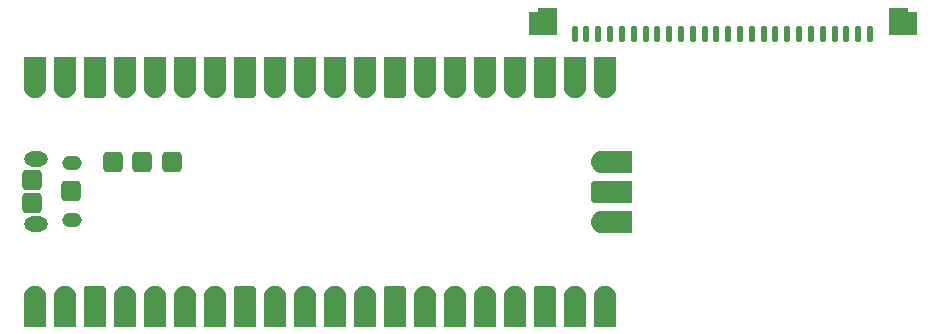
<source format=gbr>
%TF.GenerationSoftware,KiCad,Pcbnew,8.0.4*%
%TF.CreationDate,2025-03-13T09:59:00-07:00*%
%TF.ProjectId,keyboard_board,6b657962-6f61-4726-945f-626f6172642e,rev?*%
%TF.SameCoordinates,Original*%
%TF.FileFunction,Soldermask,Bot*%
%TF.FilePolarity,Negative*%
%FSLAX46Y46*%
G04 Gerber Fmt 4.6, Leading zero omitted, Abs format (unit mm)*
G04 Created by KiCad (PCBNEW 8.0.4) date 2025-03-13 09:59:00*
%MOMM*%
%LPD*%
G01*
G04 APERTURE LIST*
G04 Aperture macros list*
%AMRoundRect*
0 Rectangle with rounded corners*
0 $1 Rounding radius*
0 $2 $3 $4 $5 $6 $7 $8 $9 X,Y pos of 4 corners*
0 Add a 4 corners polygon primitive as box body*
4,1,4,$2,$3,$4,$5,$6,$7,$8,$9,$2,$3,0*
0 Add four circle primitives for the rounded corners*
1,1,$1+$1,$2,$3*
1,1,$1+$1,$4,$5*
1,1,$1+$1,$6,$7*
1,1,$1+$1,$8,$9*
0 Add four rect primitives between the rounded corners*
20,1,$1+$1,$2,$3,$4,$5,0*
20,1,$1+$1,$4,$5,$6,$7,0*
20,1,$1+$1,$6,$7,$8,$9,0*
20,1,$1+$1,$8,$9,$2,$3,0*%
G04 Aperture macros list end*
%ADD10C,0.010000*%
%ADD11O,2.004000X1.304000*%
%ADD12O,1.654000X1.254000*%
%ADD13RoundRect,0.340800X-0.511200X0.511200X-0.511200X-0.511200X0.511200X-0.511200X0.511200X0.511200X0*%
%ADD14RoundRect,0.102000X-0.150000X-0.550000X0.150000X-0.550000X0.150000X0.550000X-0.150000X0.550000X0*%
G04 APERTURE END LIST*
D10*
%TO.C,U1*%
X182506000Y-86970000D02*
X182505000Y-87017000D01*
X182501000Y-87064000D01*
X182495000Y-87111000D01*
X182486000Y-87157000D01*
X182475000Y-87203000D01*
X182462000Y-87248000D01*
X182446000Y-87293000D01*
X182428000Y-87336000D01*
X182408000Y-87379000D01*
X182385000Y-87420000D01*
X182361000Y-87460000D01*
X182334000Y-87499000D01*
X182305000Y-87536000D01*
X182275000Y-87572000D01*
X182242000Y-87606000D01*
X182208000Y-87639000D01*
X182172000Y-87669000D01*
X182135000Y-87698000D01*
X182096000Y-87725000D01*
X182056000Y-87749000D01*
X182015000Y-87772000D01*
X181972000Y-87792000D01*
X181929000Y-87810000D01*
X181884000Y-87826000D01*
X181839000Y-87839000D01*
X181793000Y-87850000D01*
X181747000Y-87859000D01*
X181700000Y-87865000D01*
X181653000Y-87869000D01*
X181606000Y-87870000D01*
X181559000Y-87869000D01*
X181512000Y-87865000D01*
X181465000Y-87859000D01*
X181419000Y-87850000D01*
X181373000Y-87839000D01*
X181328000Y-87826000D01*
X181283000Y-87810000D01*
X181240000Y-87792000D01*
X181197000Y-87772000D01*
X181156000Y-87749000D01*
X181116000Y-87725000D01*
X181077000Y-87698000D01*
X181040000Y-87669000D01*
X181004000Y-87639000D01*
X180970000Y-87606000D01*
X180937000Y-87572000D01*
X180907000Y-87536000D01*
X180878000Y-87499000D01*
X180851000Y-87460000D01*
X180827000Y-87420000D01*
X180804000Y-87379000D01*
X180784000Y-87336000D01*
X180766000Y-87293000D01*
X180750000Y-87248000D01*
X180737000Y-87203000D01*
X180726000Y-87157000D01*
X180717000Y-87111000D01*
X180711000Y-87064000D01*
X180707000Y-87017000D01*
X180706000Y-86970000D01*
X180706000Y-84470000D01*
X182506000Y-84470000D01*
X182506000Y-86970000D01*
G36*
X182506000Y-86970000D02*
G01*
X182505000Y-87017000D01*
X182501000Y-87064000D01*
X182495000Y-87111000D01*
X182486000Y-87157000D01*
X182475000Y-87203000D01*
X182462000Y-87248000D01*
X182446000Y-87293000D01*
X182428000Y-87336000D01*
X182408000Y-87379000D01*
X182385000Y-87420000D01*
X182361000Y-87460000D01*
X182334000Y-87499000D01*
X182305000Y-87536000D01*
X182275000Y-87572000D01*
X182242000Y-87606000D01*
X182208000Y-87639000D01*
X182172000Y-87669000D01*
X182135000Y-87698000D01*
X182096000Y-87725000D01*
X182056000Y-87749000D01*
X182015000Y-87772000D01*
X181972000Y-87792000D01*
X181929000Y-87810000D01*
X181884000Y-87826000D01*
X181839000Y-87839000D01*
X181793000Y-87850000D01*
X181747000Y-87859000D01*
X181700000Y-87865000D01*
X181653000Y-87869000D01*
X181606000Y-87870000D01*
X181559000Y-87869000D01*
X181512000Y-87865000D01*
X181465000Y-87859000D01*
X181419000Y-87850000D01*
X181373000Y-87839000D01*
X181328000Y-87826000D01*
X181283000Y-87810000D01*
X181240000Y-87792000D01*
X181197000Y-87772000D01*
X181156000Y-87749000D01*
X181116000Y-87725000D01*
X181077000Y-87698000D01*
X181040000Y-87669000D01*
X181004000Y-87639000D01*
X180970000Y-87606000D01*
X180937000Y-87572000D01*
X180907000Y-87536000D01*
X180878000Y-87499000D01*
X180851000Y-87460000D01*
X180827000Y-87420000D01*
X180804000Y-87379000D01*
X180784000Y-87336000D01*
X180766000Y-87293000D01*
X180750000Y-87248000D01*
X180737000Y-87203000D01*
X180726000Y-87157000D01*
X180717000Y-87111000D01*
X180711000Y-87064000D01*
X180707000Y-87017000D01*
X180706000Y-86970000D01*
X180706000Y-84470000D01*
X182506000Y-84470000D01*
X182506000Y-86970000D01*
G37*
X181653000Y-103851000D02*
X181700000Y-103855000D01*
X181747000Y-103861000D01*
X181793000Y-103870000D01*
X181839000Y-103881000D01*
X181884000Y-103894000D01*
X181929000Y-103910000D01*
X181972000Y-103928000D01*
X182015000Y-103948000D01*
X182056000Y-103971000D01*
X182096000Y-103995000D01*
X182135000Y-104022000D01*
X182172000Y-104051000D01*
X182208000Y-104081000D01*
X182242000Y-104114000D01*
X182275000Y-104148000D01*
X182305000Y-104184000D01*
X182334000Y-104221000D01*
X182361000Y-104260000D01*
X182385000Y-104300000D01*
X182408000Y-104341000D01*
X182428000Y-104384000D01*
X182446000Y-104427000D01*
X182462000Y-104472000D01*
X182475000Y-104517000D01*
X182486000Y-104563000D01*
X182495000Y-104609000D01*
X182501000Y-104656000D01*
X182505000Y-104703000D01*
X182506000Y-104750000D01*
X182506000Y-107250000D01*
X180706000Y-107250000D01*
X180706000Y-104750000D01*
X180707000Y-104703000D01*
X180711000Y-104656000D01*
X180717000Y-104609000D01*
X180726000Y-104563000D01*
X180737000Y-104517000D01*
X180750000Y-104472000D01*
X180766000Y-104427000D01*
X180784000Y-104384000D01*
X180804000Y-104341000D01*
X180827000Y-104300000D01*
X180851000Y-104260000D01*
X180878000Y-104221000D01*
X180907000Y-104184000D01*
X180937000Y-104148000D01*
X180970000Y-104114000D01*
X181004000Y-104081000D01*
X181040000Y-104051000D01*
X181077000Y-104022000D01*
X181116000Y-103995000D01*
X181156000Y-103971000D01*
X181197000Y-103948000D01*
X181240000Y-103928000D01*
X181283000Y-103910000D01*
X181328000Y-103894000D01*
X181373000Y-103881000D01*
X181419000Y-103870000D01*
X181465000Y-103861000D01*
X181512000Y-103855000D01*
X181559000Y-103851000D01*
X181606000Y-103850000D01*
X181653000Y-103851000D01*
G36*
X181653000Y-103851000D02*
G01*
X181700000Y-103855000D01*
X181747000Y-103861000D01*
X181793000Y-103870000D01*
X181839000Y-103881000D01*
X181884000Y-103894000D01*
X181929000Y-103910000D01*
X181972000Y-103928000D01*
X182015000Y-103948000D01*
X182056000Y-103971000D01*
X182096000Y-103995000D01*
X182135000Y-104022000D01*
X182172000Y-104051000D01*
X182208000Y-104081000D01*
X182242000Y-104114000D01*
X182275000Y-104148000D01*
X182305000Y-104184000D01*
X182334000Y-104221000D01*
X182361000Y-104260000D01*
X182385000Y-104300000D01*
X182408000Y-104341000D01*
X182428000Y-104384000D01*
X182446000Y-104427000D01*
X182462000Y-104472000D01*
X182475000Y-104517000D01*
X182486000Y-104563000D01*
X182495000Y-104609000D01*
X182501000Y-104656000D01*
X182505000Y-104703000D01*
X182506000Y-104750000D01*
X182506000Y-107250000D01*
X180706000Y-107250000D01*
X180706000Y-104750000D01*
X180707000Y-104703000D01*
X180711000Y-104656000D01*
X180717000Y-104609000D01*
X180726000Y-104563000D01*
X180737000Y-104517000D01*
X180750000Y-104472000D01*
X180766000Y-104427000D01*
X180784000Y-104384000D01*
X180804000Y-104341000D01*
X180827000Y-104300000D01*
X180851000Y-104260000D01*
X180878000Y-104221000D01*
X180907000Y-104184000D01*
X180937000Y-104148000D01*
X180970000Y-104114000D01*
X181004000Y-104081000D01*
X181040000Y-104051000D01*
X181077000Y-104022000D01*
X181116000Y-103995000D01*
X181156000Y-103971000D01*
X181197000Y-103948000D01*
X181240000Y-103928000D01*
X181283000Y-103910000D01*
X181328000Y-103894000D01*
X181373000Y-103881000D01*
X181419000Y-103870000D01*
X181465000Y-103861000D01*
X181512000Y-103855000D01*
X181559000Y-103851000D01*
X181606000Y-103850000D01*
X181653000Y-103851000D01*
G37*
X185046000Y-86970000D02*
X185045000Y-87017000D01*
X185041000Y-87064000D01*
X185035000Y-87111000D01*
X185026000Y-87157000D01*
X185015000Y-87203000D01*
X185002000Y-87248000D01*
X184986000Y-87293000D01*
X184968000Y-87336000D01*
X184948000Y-87379000D01*
X184925000Y-87420000D01*
X184901000Y-87460000D01*
X184874000Y-87499000D01*
X184845000Y-87536000D01*
X184815000Y-87572000D01*
X184782000Y-87606000D01*
X184748000Y-87639000D01*
X184712000Y-87669000D01*
X184675000Y-87698000D01*
X184636000Y-87725000D01*
X184596000Y-87749000D01*
X184555000Y-87772000D01*
X184512000Y-87792000D01*
X184469000Y-87810000D01*
X184424000Y-87826000D01*
X184379000Y-87839000D01*
X184333000Y-87850000D01*
X184287000Y-87859000D01*
X184240000Y-87865000D01*
X184193000Y-87869000D01*
X184146000Y-87870000D01*
X184099000Y-87869000D01*
X184052000Y-87865000D01*
X184005000Y-87859000D01*
X183959000Y-87850000D01*
X183913000Y-87839000D01*
X183868000Y-87826000D01*
X183823000Y-87810000D01*
X183780000Y-87792000D01*
X183737000Y-87772000D01*
X183696000Y-87749000D01*
X183656000Y-87725000D01*
X183617000Y-87698000D01*
X183580000Y-87669000D01*
X183544000Y-87639000D01*
X183510000Y-87606000D01*
X183477000Y-87572000D01*
X183447000Y-87536000D01*
X183418000Y-87499000D01*
X183391000Y-87460000D01*
X183367000Y-87420000D01*
X183344000Y-87379000D01*
X183324000Y-87336000D01*
X183306000Y-87293000D01*
X183290000Y-87248000D01*
X183277000Y-87203000D01*
X183266000Y-87157000D01*
X183257000Y-87111000D01*
X183251000Y-87064000D01*
X183247000Y-87017000D01*
X183246000Y-86970000D01*
X183246000Y-84470000D01*
X185046000Y-84470000D01*
X185046000Y-86970000D01*
G36*
X185046000Y-86970000D02*
G01*
X185045000Y-87017000D01*
X185041000Y-87064000D01*
X185035000Y-87111000D01*
X185026000Y-87157000D01*
X185015000Y-87203000D01*
X185002000Y-87248000D01*
X184986000Y-87293000D01*
X184968000Y-87336000D01*
X184948000Y-87379000D01*
X184925000Y-87420000D01*
X184901000Y-87460000D01*
X184874000Y-87499000D01*
X184845000Y-87536000D01*
X184815000Y-87572000D01*
X184782000Y-87606000D01*
X184748000Y-87639000D01*
X184712000Y-87669000D01*
X184675000Y-87698000D01*
X184636000Y-87725000D01*
X184596000Y-87749000D01*
X184555000Y-87772000D01*
X184512000Y-87792000D01*
X184469000Y-87810000D01*
X184424000Y-87826000D01*
X184379000Y-87839000D01*
X184333000Y-87850000D01*
X184287000Y-87859000D01*
X184240000Y-87865000D01*
X184193000Y-87869000D01*
X184146000Y-87870000D01*
X184099000Y-87869000D01*
X184052000Y-87865000D01*
X184005000Y-87859000D01*
X183959000Y-87850000D01*
X183913000Y-87839000D01*
X183868000Y-87826000D01*
X183823000Y-87810000D01*
X183780000Y-87792000D01*
X183737000Y-87772000D01*
X183696000Y-87749000D01*
X183656000Y-87725000D01*
X183617000Y-87698000D01*
X183580000Y-87669000D01*
X183544000Y-87639000D01*
X183510000Y-87606000D01*
X183477000Y-87572000D01*
X183447000Y-87536000D01*
X183418000Y-87499000D01*
X183391000Y-87460000D01*
X183367000Y-87420000D01*
X183344000Y-87379000D01*
X183324000Y-87336000D01*
X183306000Y-87293000D01*
X183290000Y-87248000D01*
X183277000Y-87203000D01*
X183266000Y-87157000D01*
X183257000Y-87111000D01*
X183251000Y-87064000D01*
X183247000Y-87017000D01*
X183246000Y-86970000D01*
X183246000Y-84470000D01*
X185046000Y-84470000D01*
X185046000Y-86970000D01*
G37*
X184193000Y-103851000D02*
X184240000Y-103855000D01*
X184287000Y-103861000D01*
X184333000Y-103870000D01*
X184379000Y-103881000D01*
X184424000Y-103894000D01*
X184469000Y-103910000D01*
X184512000Y-103928000D01*
X184555000Y-103948000D01*
X184596000Y-103971000D01*
X184636000Y-103995000D01*
X184675000Y-104022000D01*
X184712000Y-104051000D01*
X184748000Y-104081000D01*
X184782000Y-104114000D01*
X184815000Y-104148000D01*
X184845000Y-104184000D01*
X184874000Y-104221000D01*
X184901000Y-104260000D01*
X184925000Y-104300000D01*
X184948000Y-104341000D01*
X184968000Y-104384000D01*
X184986000Y-104427000D01*
X185002000Y-104472000D01*
X185015000Y-104517000D01*
X185026000Y-104563000D01*
X185035000Y-104609000D01*
X185041000Y-104656000D01*
X185045000Y-104703000D01*
X185046000Y-104750000D01*
X185046000Y-107250000D01*
X183246000Y-107250000D01*
X183246000Y-104750000D01*
X183247000Y-104703000D01*
X183251000Y-104656000D01*
X183257000Y-104609000D01*
X183266000Y-104563000D01*
X183277000Y-104517000D01*
X183290000Y-104472000D01*
X183306000Y-104427000D01*
X183324000Y-104384000D01*
X183344000Y-104341000D01*
X183367000Y-104300000D01*
X183391000Y-104260000D01*
X183418000Y-104221000D01*
X183447000Y-104184000D01*
X183477000Y-104148000D01*
X183510000Y-104114000D01*
X183544000Y-104081000D01*
X183580000Y-104051000D01*
X183617000Y-104022000D01*
X183656000Y-103995000D01*
X183696000Y-103971000D01*
X183737000Y-103948000D01*
X183780000Y-103928000D01*
X183823000Y-103910000D01*
X183868000Y-103894000D01*
X183913000Y-103881000D01*
X183959000Y-103870000D01*
X184005000Y-103861000D01*
X184052000Y-103855000D01*
X184099000Y-103851000D01*
X184146000Y-103850000D01*
X184193000Y-103851000D01*
G36*
X184193000Y-103851000D02*
G01*
X184240000Y-103855000D01*
X184287000Y-103861000D01*
X184333000Y-103870000D01*
X184379000Y-103881000D01*
X184424000Y-103894000D01*
X184469000Y-103910000D01*
X184512000Y-103928000D01*
X184555000Y-103948000D01*
X184596000Y-103971000D01*
X184636000Y-103995000D01*
X184675000Y-104022000D01*
X184712000Y-104051000D01*
X184748000Y-104081000D01*
X184782000Y-104114000D01*
X184815000Y-104148000D01*
X184845000Y-104184000D01*
X184874000Y-104221000D01*
X184901000Y-104260000D01*
X184925000Y-104300000D01*
X184948000Y-104341000D01*
X184968000Y-104384000D01*
X184986000Y-104427000D01*
X185002000Y-104472000D01*
X185015000Y-104517000D01*
X185026000Y-104563000D01*
X185035000Y-104609000D01*
X185041000Y-104656000D01*
X185045000Y-104703000D01*
X185046000Y-104750000D01*
X185046000Y-107250000D01*
X183246000Y-107250000D01*
X183246000Y-104750000D01*
X183247000Y-104703000D01*
X183251000Y-104656000D01*
X183257000Y-104609000D01*
X183266000Y-104563000D01*
X183277000Y-104517000D01*
X183290000Y-104472000D01*
X183306000Y-104427000D01*
X183324000Y-104384000D01*
X183344000Y-104341000D01*
X183367000Y-104300000D01*
X183391000Y-104260000D01*
X183418000Y-104221000D01*
X183447000Y-104184000D01*
X183477000Y-104148000D01*
X183510000Y-104114000D01*
X183544000Y-104081000D01*
X183580000Y-104051000D01*
X183617000Y-104022000D01*
X183656000Y-103995000D01*
X183696000Y-103971000D01*
X183737000Y-103948000D01*
X183780000Y-103928000D01*
X183823000Y-103910000D01*
X183868000Y-103894000D01*
X183913000Y-103881000D01*
X183959000Y-103870000D01*
X184005000Y-103861000D01*
X184052000Y-103855000D01*
X184099000Y-103851000D01*
X184146000Y-103850000D01*
X184193000Y-103851000D01*
G37*
X190126000Y-86970000D02*
X190125000Y-87017000D01*
X190121000Y-87064000D01*
X190115000Y-87111000D01*
X190106000Y-87157000D01*
X190095000Y-87203000D01*
X190082000Y-87248000D01*
X190066000Y-87293000D01*
X190048000Y-87336000D01*
X190028000Y-87379000D01*
X190005000Y-87420000D01*
X189981000Y-87460000D01*
X189954000Y-87499000D01*
X189925000Y-87536000D01*
X189895000Y-87572000D01*
X189862000Y-87606000D01*
X189828000Y-87639000D01*
X189792000Y-87669000D01*
X189755000Y-87698000D01*
X189716000Y-87725000D01*
X189676000Y-87749000D01*
X189635000Y-87772000D01*
X189592000Y-87792000D01*
X189549000Y-87810000D01*
X189504000Y-87826000D01*
X189459000Y-87839000D01*
X189413000Y-87850000D01*
X189367000Y-87859000D01*
X189320000Y-87865000D01*
X189273000Y-87869000D01*
X189226000Y-87870000D01*
X189179000Y-87869000D01*
X189132000Y-87865000D01*
X189085000Y-87859000D01*
X189039000Y-87850000D01*
X188993000Y-87839000D01*
X188948000Y-87826000D01*
X188903000Y-87810000D01*
X188860000Y-87792000D01*
X188817000Y-87772000D01*
X188776000Y-87749000D01*
X188736000Y-87725000D01*
X188697000Y-87698000D01*
X188660000Y-87669000D01*
X188624000Y-87639000D01*
X188590000Y-87606000D01*
X188557000Y-87572000D01*
X188527000Y-87536000D01*
X188498000Y-87499000D01*
X188471000Y-87460000D01*
X188447000Y-87420000D01*
X188424000Y-87379000D01*
X188404000Y-87336000D01*
X188386000Y-87293000D01*
X188370000Y-87248000D01*
X188357000Y-87203000D01*
X188346000Y-87157000D01*
X188337000Y-87111000D01*
X188331000Y-87064000D01*
X188327000Y-87017000D01*
X188326000Y-86970000D01*
X188326000Y-84470000D01*
X190126000Y-84470000D01*
X190126000Y-86970000D01*
G36*
X190126000Y-86970000D02*
G01*
X190125000Y-87017000D01*
X190121000Y-87064000D01*
X190115000Y-87111000D01*
X190106000Y-87157000D01*
X190095000Y-87203000D01*
X190082000Y-87248000D01*
X190066000Y-87293000D01*
X190048000Y-87336000D01*
X190028000Y-87379000D01*
X190005000Y-87420000D01*
X189981000Y-87460000D01*
X189954000Y-87499000D01*
X189925000Y-87536000D01*
X189895000Y-87572000D01*
X189862000Y-87606000D01*
X189828000Y-87639000D01*
X189792000Y-87669000D01*
X189755000Y-87698000D01*
X189716000Y-87725000D01*
X189676000Y-87749000D01*
X189635000Y-87772000D01*
X189592000Y-87792000D01*
X189549000Y-87810000D01*
X189504000Y-87826000D01*
X189459000Y-87839000D01*
X189413000Y-87850000D01*
X189367000Y-87859000D01*
X189320000Y-87865000D01*
X189273000Y-87869000D01*
X189226000Y-87870000D01*
X189179000Y-87869000D01*
X189132000Y-87865000D01*
X189085000Y-87859000D01*
X189039000Y-87850000D01*
X188993000Y-87839000D01*
X188948000Y-87826000D01*
X188903000Y-87810000D01*
X188860000Y-87792000D01*
X188817000Y-87772000D01*
X188776000Y-87749000D01*
X188736000Y-87725000D01*
X188697000Y-87698000D01*
X188660000Y-87669000D01*
X188624000Y-87639000D01*
X188590000Y-87606000D01*
X188557000Y-87572000D01*
X188527000Y-87536000D01*
X188498000Y-87499000D01*
X188471000Y-87460000D01*
X188447000Y-87420000D01*
X188424000Y-87379000D01*
X188404000Y-87336000D01*
X188386000Y-87293000D01*
X188370000Y-87248000D01*
X188357000Y-87203000D01*
X188346000Y-87157000D01*
X188337000Y-87111000D01*
X188331000Y-87064000D01*
X188327000Y-87017000D01*
X188326000Y-86970000D01*
X188326000Y-84470000D01*
X190126000Y-84470000D01*
X190126000Y-86970000D01*
G37*
X189273000Y-103851000D02*
X189320000Y-103855000D01*
X189367000Y-103861000D01*
X189413000Y-103870000D01*
X189459000Y-103881000D01*
X189504000Y-103894000D01*
X189549000Y-103910000D01*
X189592000Y-103928000D01*
X189635000Y-103948000D01*
X189676000Y-103971000D01*
X189716000Y-103995000D01*
X189755000Y-104022000D01*
X189792000Y-104051000D01*
X189828000Y-104081000D01*
X189862000Y-104114000D01*
X189895000Y-104148000D01*
X189925000Y-104184000D01*
X189954000Y-104221000D01*
X189981000Y-104260000D01*
X190005000Y-104300000D01*
X190028000Y-104341000D01*
X190048000Y-104384000D01*
X190066000Y-104427000D01*
X190082000Y-104472000D01*
X190095000Y-104517000D01*
X190106000Y-104563000D01*
X190115000Y-104609000D01*
X190121000Y-104656000D01*
X190125000Y-104703000D01*
X190126000Y-104750000D01*
X190126000Y-107250000D01*
X188326000Y-107250000D01*
X188326000Y-104750000D01*
X188327000Y-104703000D01*
X188331000Y-104656000D01*
X188337000Y-104609000D01*
X188346000Y-104563000D01*
X188357000Y-104517000D01*
X188370000Y-104472000D01*
X188386000Y-104427000D01*
X188404000Y-104384000D01*
X188424000Y-104341000D01*
X188447000Y-104300000D01*
X188471000Y-104260000D01*
X188498000Y-104221000D01*
X188527000Y-104184000D01*
X188557000Y-104148000D01*
X188590000Y-104114000D01*
X188624000Y-104081000D01*
X188660000Y-104051000D01*
X188697000Y-104022000D01*
X188736000Y-103995000D01*
X188776000Y-103971000D01*
X188817000Y-103948000D01*
X188860000Y-103928000D01*
X188903000Y-103910000D01*
X188948000Y-103894000D01*
X188993000Y-103881000D01*
X189039000Y-103870000D01*
X189085000Y-103861000D01*
X189132000Y-103855000D01*
X189179000Y-103851000D01*
X189226000Y-103850000D01*
X189273000Y-103851000D01*
G36*
X189273000Y-103851000D02*
G01*
X189320000Y-103855000D01*
X189367000Y-103861000D01*
X189413000Y-103870000D01*
X189459000Y-103881000D01*
X189504000Y-103894000D01*
X189549000Y-103910000D01*
X189592000Y-103928000D01*
X189635000Y-103948000D01*
X189676000Y-103971000D01*
X189716000Y-103995000D01*
X189755000Y-104022000D01*
X189792000Y-104051000D01*
X189828000Y-104081000D01*
X189862000Y-104114000D01*
X189895000Y-104148000D01*
X189925000Y-104184000D01*
X189954000Y-104221000D01*
X189981000Y-104260000D01*
X190005000Y-104300000D01*
X190028000Y-104341000D01*
X190048000Y-104384000D01*
X190066000Y-104427000D01*
X190082000Y-104472000D01*
X190095000Y-104517000D01*
X190106000Y-104563000D01*
X190115000Y-104609000D01*
X190121000Y-104656000D01*
X190125000Y-104703000D01*
X190126000Y-104750000D01*
X190126000Y-107250000D01*
X188326000Y-107250000D01*
X188326000Y-104750000D01*
X188327000Y-104703000D01*
X188331000Y-104656000D01*
X188337000Y-104609000D01*
X188346000Y-104563000D01*
X188357000Y-104517000D01*
X188370000Y-104472000D01*
X188386000Y-104427000D01*
X188404000Y-104384000D01*
X188424000Y-104341000D01*
X188447000Y-104300000D01*
X188471000Y-104260000D01*
X188498000Y-104221000D01*
X188527000Y-104184000D01*
X188557000Y-104148000D01*
X188590000Y-104114000D01*
X188624000Y-104081000D01*
X188660000Y-104051000D01*
X188697000Y-104022000D01*
X188736000Y-103995000D01*
X188776000Y-103971000D01*
X188817000Y-103948000D01*
X188860000Y-103928000D01*
X188903000Y-103910000D01*
X188948000Y-103894000D01*
X188993000Y-103881000D01*
X189039000Y-103870000D01*
X189085000Y-103861000D01*
X189132000Y-103855000D01*
X189179000Y-103851000D01*
X189226000Y-103850000D01*
X189273000Y-103851000D01*
G37*
X192666000Y-86970000D02*
X192665000Y-87017000D01*
X192661000Y-87064000D01*
X192655000Y-87111000D01*
X192646000Y-87157000D01*
X192635000Y-87203000D01*
X192622000Y-87248000D01*
X192606000Y-87293000D01*
X192588000Y-87336000D01*
X192568000Y-87379000D01*
X192545000Y-87420000D01*
X192521000Y-87460000D01*
X192494000Y-87499000D01*
X192465000Y-87536000D01*
X192435000Y-87572000D01*
X192402000Y-87606000D01*
X192368000Y-87639000D01*
X192332000Y-87669000D01*
X192295000Y-87698000D01*
X192256000Y-87725000D01*
X192216000Y-87749000D01*
X192175000Y-87772000D01*
X192132000Y-87792000D01*
X192089000Y-87810000D01*
X192044000Y-87826000D01*
X191999000Y-87839000D01*
X191953000Y-87850000D01*
X191907000Y-87859000D01*
X191860000Y-87865000D01*
X191813000Y-87869000D01*
X191766000Y-87870000D01*
X191719000Y-87869000D01*
X191672000Y-87865000D01*
X191625000Y-87859000D01*
X191579000Y-87850000D01*
X191533000Y-87839000D01*
X191488000Y-87826000D01*
X191443000Y-87810000D01*
X191400000Y-87792000D01*
X191357000Y-87772000D01*
X191316000Y-87749000D01*
X191276000Y-87725000D01*
X191237000Y-87698000D01*
X191200000Y-87669000D01*
X191164000Y-87639000D01*
X191130000Y-87606000D01*
X191097000Y-87572000D01*
X191067000Y-87536000D01*
X191038000Y-87499000D01*
X191011000Y-87460000D01*
X190987000Y-87420000D01*
X190964000Y-87379000D01*
X190944000Y-87336000D01*
X190926000Y-87293000D01*
X190910000Y-87248000D01*
X190897000Y-87203000D01*
X190886000Y-87157000D01*
X190877000Y-87111000D01*
X190871000Y-87064000D01*
X190867000Y-87017000D01*
X190866000Y-86970000D01*
X190866000Y-84470000D01*
X192666000Y-84470000D01*
X192666000Y-86970000D01*
G36*
X192666000Y-86970000D02*
G01*
X192665000Y-87017000D01*
X192661000Y-87064000D01*
X192655000Y-87111000D01*
X192646000Y-87157000D01*
X192635000Y-87203000D01*
X192622000Y-87248000D01*
X192606000Y-87293000D01*
X192588000Y-87336000D01*
X192568000Y-87379000D01*
X192545000Y-87420000D01*
X192521000Y-87460000D01*
X192494000Y-87499000D01*
X192465000Y-87536000D01*
X192435000Y-87572000D01*
X192402000Y-87606000D01*
X192368000Y-87639000D01*
X192332000Y-87669000D01*
X192295000Y-87698000D01*
X192256000Y-87725000D01*
X192216000Y-87749000D01*
X192175000Y-87772000D01*
X192132000Y-87792000D01*
X192089000Y-87810000D01*
X192044000Y-87826000D01*
X191999000Y-87839000D01*
X191953000Y-87850000D01*
X191907000Y-87859000D01*
X191860000Y-87865000D01*
X191813000Y-87869000D01*
X191766000Y-87870000D01*
X191719000Y-87869000D01*
X191672000Y-87865000D01*
X191625000Y-87859000D01*
X191579000Y-87850000D01*
X191533000Y-87839000D01*
X191488000Y-87826000D01*
X191443000Y-87810000D01*
X191400000Y-87792000D01*
X191357000Y-87772000D01*
X191316000Y-87749000D01*
X191276000Y-87725000D01*
X191237000Y-87698000D01*
X191200000Y-87669000D01*
X191164000Y-87639000D01*
X191130000Y-87606000D01*
X191097000Y-87572000D01*
X191067000Y-87536000D01*
X191038000Y-87499000D01*
X191011000Y-87460000D01*
X190987000Y-87420000D01*
X190964000Y-87379000D01*
X190944000Y-87336000D01*
X190926000Y-87293000D01*
X190910000Y-87248000D01*
X190897000Y-87203000D01*
X190886000Y-87157000D01*
X190877000Y-87111000D01*
X190871000Y-87064000D01*
X190867000Y-87017000D01*
X190866000Y-86970000D01*
X190866000Y-84470000D01*
X192666000Y-84470000D01*
X192666000Y-86970000D01*
G37*
X191813000Y-103851000D02*
X191860000Y-103855000D01*
X191907000Y-103861000D01*
X191953000Y-103870000D01*
X191999000Y-103881000D01*
X192044000Y-103894000D01*
X192089000Y-103910000D01*
X192132000Y-103928000D01*
X192175000Y-103948000D01*
X192216000Y-103971000D01*
X192256000Y-103995000D01*
X192295000Y-104022000D01*
X192332000Y-104051000D01*
X192368000Y-104081000D01*
X192402000Y-104114000D01*
X192435000Y-104148000D01*
X192465000Y-104184000D01*
X192494000Y-104221000D01*
X192521000Y-104260000D01*
X192545000Y-104300000D01*
X192568000Y-104341000D01*
X192588000Y-104384000D01*
X192606000Y-104427000D01*
X192622000Y-104472000D01*
X192635000Y-104517000D01*
X192646000Y-104563000D01*
X192655000Y-104609000D01*
X192661000Y-104656000D01*
X192665000Y-104703000D01*
X192666000Y-104750000D01*
X192666000Y-107250000D01*
X190866000Y-107250000D01*
X190866000Y-104750000D01*
X190867000Y-104703000D01*
X190871000Y-104656000D01*
X190877000Y-104609000D01*
X190886000Y-104563000D01*
X190897000Y-104517000D01*
X190910000Y-104472000D01*
X190926000Y-104427000D01*
X190944000Y-104384000D01*
X190964000Y-104341000D01*
X190987000Y-104300000D01*
X191011000Y-104260000D01*
X191038000Y-104221000D01*
X191067000Y-104184000D01*
X191097000Y-104148000D01*
X191130000Y-104114000D01*
X191164000Y-104081000D01*
X191200000Y-104051000D01*
X191237000Y-104022000D01*
X191276000Y-103995000D01*
X191316000Y-103971000D01*
X191357000Y-103948000D01*
X191400000Y-103928000D01*
X191443000Y-103910000D01*
X191488000Y-103894000D01*
X191533000Y-103881000D01*
X191579000Y-103870000D01*
X191625000Y-103861000D01*
X191672000Y-103855000D01*
X191719000Y-103851000D01*
X191766000Y-103850000D01*
X191813000Y-103851000D01*
G36*
X191813000Y-103851000D02*
G01*
X191860000Y-103855000D01*
X191907000Y-103861000D01*
X191953000Y-103870000D01*
X191999000Y-103881000D01*
X192044000Y-103894000D01*
X192089000Y-103910000D01*
X192132000Y-103928000D01*
X192175000Y-103948000D01*
X192216000Y-103971000D01*
X192256000Y-103995000D01*
X192295000Y-104022000D01*
X192332000Y-104051000D01*
X192368000Y-104081000D01*
X192402000Y-104114000D01*
X192435000Y-104148000D01*
X192465000Y-104184000D01*
X192494000Y-104221000D01*
X192521000Y-104260000D01*
X192545000Y-104300000D01*
X192568000Y-104341000D01*
X192588000Y-104384000D01*
X192606000Y-104427000D01*
X192622000Y-104472000D01*
X192635000Y-104517000D01*
X192646000Y-104563000D01*
X192655000Y-104609000D01*
X192661000Y-104656000D01*
X192665000Y-104703000D01*
X192666000Y-104750000D01*
X192666000Y-107250000D01*
X190866000Y-107250000D01*
X190866000Y-104750000D01*
X190867000Y-104703000D01*
X190871000Y-104656000D01*
X190877000Y-104609000D01*
X190886000Y-104563000D01*
X190897000Y-104517000D01*
X190910000Y-104472000D01*
X190926000Y-104427000D01*
X190944000Y-104384000D01*
X190964000Y-104341000D01*
X190987000Y-104300000D01*
X191011000Y-104260000D01*
X191038000Y-104221000D01*
X191067000Y-104184000D01*
X191097000Y-104148000D01*
X191130000Y-104114000D01*
X191164000Y-104081000D01*
X191200000Y-104051000D01*
X191237000Y-104022000D01*
X191276000Y-103995000D01*
X191316000Y-103971000D01*
X191357000Y-103948000D01*
X191400000Y-103928000D01*
X191443000Y-103910000D01*
X191488000Y-103894000D01*
X191533000Y-103881000D01*
X191579000Y-103870000D01*
X191625000Y-103861000D01*
X191672000Y-103855000D01*
X191719000Y-103851000D01*
X191766000Y-103850000D01*
X191813000Y-103851000D01*
G37*
X195206000Y-86970000D02*
X195205000Y-87017000D01*
X195201000Y-87064000D01*
X195195000Y-87111000D01*
X195186000Y-87157000D01*
X195175000Y-87203000D01*
X195162000Y-87248000D01*
X195146000Y-87293000D01*
X195128000Y-87336000D01*
X195108000Y-87379000D01*
X195085000Y-87420000D01*
X195061000Y-87460000D01*
X195034000Y-87499000D01*
X195005000Y-87536000D01*
X194975000Y-87572000D01*
X194942000Y-87606000D01*
X194908000Y-87639000D01*
X194872000Y-87669000D01*
X194835000Y-87698000D01*
X194796000Y-87725000D01*
X194756000Y-87749000D01*
X194715000Y-87772000D01*
X194672000Y-87792000D01*
X194629000Y-87810000D01*
X194584000Y-87826000D01*
X194539000Y-87839000D01*
X194493000Y-87850000D01*
X194447000Y-87859000D01*
X194400000Y-87865000D01*
X194353000Y-87869000D01*
X194306000Y-87870000D01*
X194259000Y-87869000D01*
X194212000Y-87865000D01*
X194165000Y-87859000D01*
X194119000Y-87850000D01*
X194073000Y-87839000D01*
X194028000Y-87826000D01*
X193983000Y-87810000D01*
X193940000Y-87792000D01*
X193897000Y-87772000D01*
X193856000Y-87749000D01*
X193816000Y-87725000D01*
X193777000Y-87698000D01*
X193740000Y-87669000D01*
X193704000Y-87639000D01*
X193670000Y-87606000D01*
X193637000Y-87572000D01*
X193607000Y-87536000D01*
X193578000Y-87499000D01*
X193551000Y-87460000D01*
X193527000Y-87420000D01*
X193504000Y-87379000D01*
X193484000Y-87336000D01*
X193466000Y-87293000D01*
X193450000Y-87248000D01*
X193437000Y-87203000D01*
X193426000Y-87157000D01*
X193417000Y-87111000D01*
X193411000Y-87064000D01*
X193407000Y-87017000D01*
X193406000Y-86970000D01*
X193406000Y-84470000D01*
X195206000Y-84470000D01*
X195206000Y-86970000D01*
G36*
X195206000Y-86970000D02*
G01*
X195205000Y-87017000D01*
X195201000Y-87064000D01*
X195195000Y-87111000D01*
X195186000Y-87157000D01*
X195175000Y-87203000D01*
X195162000Y-87248000D01*
X195146000Y-87293000D01*
X195128000Y-87336000D01*
X195108000Y-87379000D01*
X195085000Y-87420000D01*
X195061000Y-87460000D01*
X195034000Y-87499000D01*
X195005000Y-87536000D01*
X194975000Y-87572000D01*
X194942000Y-87606000D01*
X194908000Y-87639000D01*
X194872000Y-87669000D01*
X194835000Y-87698000D01*
X194796000Y-87725000D01*
X194756000Y-87749000D01*
X194715000Y-87772000D01*
X194672000Y-87792000D01*
X194629000Y-87810000D01*
X194584000Y-87826000D01*
X194539000Y-87839000D01*
X194493000Y-87850000D01*
X194447000Y-87859000D01*
X194400000Y-87865000D01*
X194353000Y-87869000D01*
X194306000Y-87870000D01*
X194259000Y-87869000D01*
X194212000Y-87865000D01*
X194165000Y-87859000D01*
X194119000Y-87850000D01*
X194073000Y-87839000D01*
X194028000Y-87826000D01*
X193983000Y-87810000D01*
X193940000Y-87792000D01*
X193897000Y-87772000D01*
X193856000Y-87749000D01*
X193816000Y-87725000D01*
X193777000Y-87698000D01*
X193740000Y-87669000D01*
X193704000Y-87639000D01*
X193670000Y-87606000D01*
X193637000Y-87572000D01*
X193607000Y-87536000D01*
X193578000Y-87499000D01*
X193551000Y-87460000D01*
X193527000Y-87420000D01*
X193504000Y-87379000D01*
X193484000Y-87336000D01*
X193466000Y-87293000D01*
X193450000Y-87248000D01*
X193437000Y-87203000D01*
X193426000Y-87157000D01*
X193417000Y-87111000D01*
X193411000Y-87064000D01*
X193407000Y-87017000D01*
X193406000Y-86970000D01*
X193406000Y-84470000D01*
X195206000Y-84470000D01*
X195206000Y-86970000D01*
G37*
X194353000Y-103851000D02*
X194400000Y-103855000D01*
X194447000Y-103861000D01*
X194493000Y-103870000D01*
X194539000Y-103881000D01*
X194584000Y-103894000D01*
X194629000Y-103910000D01*
X194672000Y-103928000D01*
X194715000Y-103948000D01*
X194756000Y-103971000D01*
X194796000Y-103995000D01*
X194835000Y-104022000D01*
X194872000Y-104051000D01*
X194908000Y-104081000D01*
X194942000Y-104114000D01*
X194975000Y-104148000D01*
X195005000Y-104184000D01*
X195034000Y-104221000D01*
X195061000Y-104260000D01*
X195085000Y-104300000D01*
X195108000Y-104341000D01*
X195128000Y-104384000D01*
X195146000Y-104427000D01*
X195162000Y-104472000D01*
X195175000Y-104517000D01*
X195186000Y-104563000D01*
X195195000Y-104609000D01*
X195201000Y-104656000D01*
X195205000Y-104703000D01*
X195206000Y-104750000D01*
X195206000Y-107250000D01*
X193406000Y-107250000D01*
X193406000Y-104750000D01*
X193407000Y-104703000D01*
X193411000Y-104656000D01*
X193417000Y-104609000D01*
X193426000Y-104563000D01*
X193437000Y-104517000D01*
X193450000Y-104472000D01*
X193466000Y-104427000D01*
X193484000Y-104384000D01*
X193504000Y-104341000D01*
X193527000Y-104300000D01*
X193551000Y-104260000D01*
X193578000Y-104221000D01*
X193607000Y-104184000D01*
X193637000Y-104148000D01*
X193670000Y-104114000D01*
X193704000Y-104081000D01*
X193740000Y-104051000D01*
X193777000Y-104022000D01*
X193816000Y-103995000D01*
X193856000Y-103971000D01*
X193897000Y-103948000D01*
X193940000Y-103928000D01*
X193983000Y-103910000D01*
X194028000Y-103894000D01*
X194073000Y-103881000D01*
X194119000Y-103870000D01*
X194165000Y-103861000D01*
X194212000Y-103855000D01*
X194259000Y-103851000D01*
X194306000Y-103850000D01*
X194353000Y-103851000D01*
G36*
X194353000Y-103851000D02*
G01*
X194400000Y-103855000D01*
X194447000Y-103861000D01*
X194493000Y-103870000D01*
X194539000Y-103881000D01*
X194584000Y-103894000D01*
X194629000Y-103910000D01*
X194672000Y-103928000D01*
X194715000Y-103948000D01*
X194756000Y-103971000D01*
X194796000Y-103995000D01*
X194835000Y-104022000D01*
X194872000Y-104051000D01*
X194908000Y-104081000D01*
X194942000Y-104114000D01*
X194975000Y-104148000D01*
X195005000Y-104184000D01*
X195034000Y-104221000D01*
X195061000Y-104260000D01*
X195085000Y-104300000D01*
X195108000Y-104341000D01*
X195128000Y-104384000D01*
X195146000Y-104427000D01*
X195162000Y-104472000D01*
X195175000Y-104517000D01*
X195186000Y-104563000D01*
X195195000Y-104609000D01*
X195201000Y-104656000D01*
X195205000Y-104703000D01*
X195206000Y-104750000D01*
X195206000Y-107250000D01*
X193406000Y-107250000D01*
X193406000Y-104750000D01*
X193407000Y-104703000D01*
X193411000Y-104656000D01*
X193417000Y-104609000D01*
X193426000Y-104563000D01*
X193437000Y-104517000D01*
X193450000Y-104472000D01*
X193466000Y-104427000D01*
X193484000Y-104384000D01*
X193504000Y-104341000D01*
X193527000Y-104300000D01*
X193551000Y-104260000D01*
X193578000Y-104221000D01*
X193607000Y-104184000D01*
X193637000Y-104148000D01*
X193670000Y-104114000D01*
X193704000Y-104081000D01*
X193740000Y-104051000D01*
X193777000Y-104022000D01*
X193816000Y-103995000D01*
X193856000Y-103971000D01*
X193897000Y-103948000D01*
X193940000Y-103928000D01*
X193983000Y-103910000D01*
X194028000Y-103894000D01*
X194073000Y-103881000D01*
X194119000Y-103870000D01*
X194165000Y-103861000D01*
X194212000Y-103855000D01*
X194259000Y-103851000D01*
X194306000Y-103850000D01*
X194353000Y-103851000D01*
G37*
X197746000Y-86970000D02*
X197745000Y-87017000D01*
X197741000Y-87064000D01*
X197735000Y-87111000D01*
X197726000Y-87157000D01*
X197715000Y-87203000D01*
X197702000Y-87248000D01*
X197686000Y-87293000D01*
X197668000Y-87336000D01*
X197648000Y-87379000D01*
X197625000Y-87420000D01*
X197601000Y-87460000D01*
X197574000Y-87499000D01*
X197545000Y-87536000D01*
X197515000Y-87572000D01*
X197482000Y-87606000D01*
X197448000Y-87639000D01*
X197412000Y-87669000D01*
X197375000Y-87698000D01*
X197336000Y-87725000D01*
X197296000Y-87749000D01*
X197255000Y-87772000D01*
X197212000Y-87792000D01*
X197169000Y-87810000D01*
X197124000Y-87826000D01*
X197079000Y-87839000D01*
X197033000Y-87850000D01*
X196987000Y-87859000D01*
X196940000Y-87865000D01*
X196893000Y-87869000D01*
X196846000Y-87870000D01*
X196799000Y-87869000D01*
X196752000Y-87865000D01*
X196705000Y-87859000D01*
X196659000Y-87850000D01*
X196613000Y-87839000D01*
X196568000Y-87826000D01*
X196523000Y-87810000D01*
X196480000Y-87792000D01*
X196437000Y-87772000D01*
X196396000Y-87749000D01*
X196356000Y-87725000D01*
X196317000Y-87698000D01*
X196280000Y-87669000D01*
X196244000Y-87639000D01*
X196210000Y-87606000D01*
X196177000Y-87572000D01*
X196147000Y-87536000D01*
X196118000Y-87499000D01*
X196091000Y-87460000D01*
X196067000Y-87420000D01*
X196044000Y-87379000D01*
X196024000Y-87336000D01*
X196006000Y-87293000D01*
X195990000Y-87248000D01*
X195977000Y-87203000D01*
X195966000Y-87157000D01*
X195957000Y-87111000D01*
X195951000Y-87064000D01*
X195947000Y-87017000D01*
X195946000Y-86970000D01*
X195946000Y-84470000D01*
X197746000Y-84470000D01*
X197746000Y-86970000D01*
G36*
X197746000Y-86970000D02*
G01*
X197745000Y-87017000D01*
X197741000Y-87064000D01*
X197735000Y-87111000D01*
X197726000Y-87157000D01*
X197715000Y-87203000D01*
X197702000Y-87248000D01*
X197686000Y-87293000D01*
X197668000Y-87336000D01*
X197648000Y-87379000D01*
X197625000Y-87420000D01*
X197601000Y-87460000D01*
X197574000Y-87499000D01*
X197545000Y-87536000D01*
X197515000Y-87572000D01*
X197482000Y-87606000D01*
X197448000Y-87639000D01*
X197412000Y-87669000D01*
X197375000Y-87698000D01*
X197336000Y-87725000D01*
X197296000Y-87749000D01*
X197255000Y-87772000D01*
X197212000Y-87792000D01*
X197169000Y-87810000D01*
X197124000Y-87826000D01*
X197079000Y-87839000D01*
X197033000Y-87850000D01*
X196987000Y-87859000D01*
X196940000Y-87865000D01*
X196893000Y-87869000D01*
X196846000Y-87870000D01*
X196799000Y-87869000D01*
X196752000Y-87865000D01*
X196705000Y-87859000D01*
X196659000Y-87850000D01*
X196613000Y-87839000D01*
X196568000Y-87826000D01*
X196523000Y-87810000D01*
X196480000Y-87792000D01*
X196437000Y-87772000D01*
X196396000Y-87749000D01*
X196356000Y-87725000D01*
X196317000Y-87698000D01*
X196280000Y-87669000D01*
X196244000Y-87639000D01*
X196210000Y-87606000D01*
X196177000Y-87572000D01*
X196147000Y-87536000D01*
X196118000Y-87499000D01*
X196091000Y-87460000D01*
X196067000Y-87420000D01*
X196044000Y-87379000D01*
X196024000Y-87336000D01*
X196006000Y-87293000D01*
X195990000Y-87248000D01*
X195977000Y-87203000D01*
X195966000Y-87157000D01*
X195957000Y-87111000D01*
X195951000Y-87064000D01*
X195947000Y-87017000D01*
X195946000Y-86970000D01*
X195946000Y-84470000D01*
X197746000Y-84470000D01*
X197746000Y-86970000D01*
G37*
X196893000Y-103851000D02*
X196940000Y-103855000D01*
X196987000Y-103861000D01*
X197033000Y-103870000D01*
X197079000Y-103881000D01*
X197124000Y-103894000D01*
X197169000Y-103910000D01*
X197212000Y-103928000D01*
X197255000Y-103948000D01*
X197296000Y-103971000D01*
X197336000Y-103995000D01*
X197375000Y-104022000D01*
X197412000Y-104051000D01*
X197448000Y-104081000D01*
X197482000Y-104114000D01*
X197515000Y-104148000D01*
X197545000Y-104184000D01*
X197574000Y-104221000D01*
X197601000Y-104260000D01*
X197625000Y-104300000D01*
X197648000Y-104341000D01*
X197668000Y-104384000D01*
X197686000Y-104427000D01*
X197702000Y-104472000D01*
X197715000Y-104517000D01*
X197726000Y-104563000D01*
X197735000Y-104609000D01*
X197741000Y-104656000D01*
X197745000Y-104703000D01*
X197746000Y-104750000D01*
X197746000Y-107250000D01*
X195946000Y-107250000D01*
X195946000Y-104750000D01*
X195947000Y-104703000D01*
X195951000Y-104656000D01*
X195957000Y-104609000D01*
X195966000Y-104563000D01*
X195977000Y-104517000D01*
X195990000Y-104472000D01*
X196006000Y-104427000D01*
X196024000Y-104384000D01*
X196044000Y-104341000D01*
X196067000Y-104300000D01*
X196091000Y-104260000D01*
X196118000Y-104221000D01*
X196147000Y-104184000D01*
X196177000Y-104148000D01*
X196210000Y-104114000D01*
X196244000Y-104081000D01*
X196280000Y-104051000D01*
X196317000Y-104022000D01*
X196356000Y-103995000D01*
X196396000Y-103971000D01*
X196437000Y-103948000D01*
X196480000Y-103928000D01*
X196523000Y-103910000D01*
X196568000Y-103894000D01*
X196613000Y-103881000D01*
X196659000Y-103870000D01*
X196705000Y-103861000D01*
X196752000Y-103855000D01*
X196799000Y-103851000D01*
X196846000Y-103850000D01*
X196893000Y-103851000D01*
G36*
X196893000Y-103851000D02*
G01*
X196940000Y-103855000D01*
X196987000Y-103861000D01*
X197033000Y-103870000D01*
X197079000Y-103881000D01*
X197124000Y-103894000D01*
X197169000Y-103910000D01*
X197212000Y-103928000D01*
X197255000Y-103948000D01*
X197296000Y-103971000D01*
X197336000Y-103995000D01*
X197375000Y-104022000D01*
X197412000Y-104051000D01*
X197448000Y-104081000D01*
X197482000Y-104114000D01*
X197515000Y-104148000D01*
X197545000Y-104184000D01*
X197574000Y-104221000D01*
X197601000Y-104260000D01*
X197625000Y-104300000D01*
X197648000Y-104341000D01*
X197668000Y-104384000D01*
X197686000Y-104427000D01*
X197702000Y-104472000D01*
X197715000Y-104517000D01*
X197726000Y-104563000D01*
X197735000Y-104609000D01*
X197741000Y-104656000D01*
X197745000Y-104703000D01*
X197746000Y-104750000D01*
X197746000Y-107250000D01*
X195946000Y-107250000D01*
X195946000Y-104750000D01*
X195947000Y-104703000D01*
X195951000Y-104656000D01*
X195957000Y-104609000D01*
X195966000Y-104563000D01*
X195977000Y-104517000D01*
X195990000Y-104472000D01*
X196006000Y-104427000D01*
X196024000Y-104384000D01*
X196044000Y-104341000D01*
X196067000Y-104300000D01*
X196091000Y-104260000D01*
X196118000Y-104221000D01*
X196147000Y-104184000D01*
X196177000Y-104148000D01*
X196210000Y-104114000D01*
X196244000Y-104081000D01*
X196280000Y-104051000D01*
X196317000Y-104022000D01*
X196356000Y-103995000D01*
X196396000Y-103971000D01*
X196437000Y-103948000D01*
X196480000Y-103928000D01*
X196523000Y-103910000D01*
X196568000Y-103894000D01*
X196613000Y-103881000D01*
X196659000Y-103870000D01*
X196705000Y-103861000D01*
X196752000Y-103855000D01*
X196799000Y-103851000D01*
X196846000Y-103850000D01*
X196893000Y-103851000D01*
G37*
X202826000Y-86970000D02*
X202825000Y-87017000D01*
X202821000Y-87064000D01*
X202815000Y-87111000D01*
X202806000Y-87157000D01*
X202795000Y-87203000D01*
X202782000Y-87248000D01*
X202766000Y-87293000D01*
X202748000Y-87336000D01*
X202728000Y-87379000D01*
X202705000Y-87420000D01*
X202681000Y-87460000D01*
X202654000Y-87499000D01*
X202625000Y-87536000D01*
X202595000Y-87572000D01*
X202562000Y-87606000D01*
X202528000Y-87639000D01*
X202492000Y-87669000D01*
X202455000Y-87698000D01*
X202416000Y-87725000D01*
X202376000Y-87749000D01*
X202335000Y-87772000D01*
X202292000Y-87792000D01*
X202249000Y-87810000D01*
X202204000Y-87826000D01*
X202159000Y-87839000D01*
X202113000Y-87850000D01*
X202067000Y-87859000D01*
X202020000Y-87865000D01*
X201973000Y-87869000D01*
X201926000Y-87870000D01*
X201879000Y-87869000D01*
X201832000Y-87865000D01*
X201785000Y-87859000D01*
X201739000Y-87850000D01*
X201693000Y-87839000D01*
X201648000Y-87826000D01*
X201603000Y-87810000D01*
X201560000Y-87792000D01*
X201517000Y-87772000D01*
X201476000Y-87749000D01*
X201436000Y-87725000D01*
X201397000Y-87698000D01*
X201360000Y-87669000D01*
X201324000Y-87639000D01*
X201290000Y-87606000D01*
X201257000Y-87572000D01*
X201227000Y-87536000D01*
X201198000Y-87499000D01*
X201171000Y-87460000D01*
X201147000Y-87420000D01*
X201124000Y-87379000D01*
X201104000Y-87336000D01*
X201086000Y-87293000D01*
X201070000Y-87248000D01*
X201057000Y-87203000D01*
X201046000Y-87157000D01*
X201037000Y-87111000D01*
X201031000Y-87064000D01*
X201027000Y-87017000D01*
X201026000Y-86970000D01*
X201026000Y-84470000D01*
X202826000Y-84470000D01*
X202826000Y-86970000D01*
G36*
X202826000Y-86970000D02*
G01*
X202825000Y-87017000D01*
X202821000Y-87064000D01*
X202815000Y-87111000D01*
X202806000Y-87157000D01*
X202795000Y-87203000D01*
X202782000Y-87248000D01*
X202766000Y-87293000D01*
X202748000Y-87336000D01*
X202728000Y-87379000D01*
X202705000Y-87420000D01*
X202681000Y-87460000D01*
X202654000Y-87499000D01*
X202625000Y-87536000D01*
X202595000Y-87572000D01*
X202562000Y-87606000D01*
X202528000Y-87639000D01*
X202492000Y-87669000D01*
X202455000Y-87698000D01*
X202416000Y-87725000D01*
X202376000Y-87749000D01*
X202335000Y-87772000D01*
X202292000Y-87792000D01*
X202249000Y-87810000D01*
X202204000Y-87826000D01*
X202159000Y-87839000D01*
X202113000Y-87850000D01*
X202067000Y-87859000D01*
X202020000Y-87865000D01*
X201973000Y-87869000D01*
X201926000Y-87870000D01*
X201879000Y-87869000D01*
X201832000Y-87865000D01*
X201785000Y-87859000D01*
X201739000Y-87850000D01*
X201693000Y-87839000D01*
X201648000Y-87826000D01*
X201603000Y-87810000D01*
X201560000Y-87792000D01*
X201517000Y-87772000D01*
X201476000Y-87749000D01*
X201436000Y-87725000D01*
X201397000Y-87698000D01*
X201360000Y-87669000D01*
X201324000Y-87639000D01*
X201290000Y-87606000D01*
X201257000Y-87572000D01*
X201227000Y-87536000D01*
X201198000Y-87499000D01*
X201171000Y-87460000D01*
X201147000Y-87420000D01*
X201124000Y-87379000D01*
X201104000Y-87336000D01*
X201086000Y-87293000D01*
X201070000Y-87248000D01*
X201057000Y-87203000D01*
X201046000Y-87157000D01*
X201037000Y-87111000D01*
X201031000Y-87064000D01*
X201027000Y-87017000D01*
X201026000Y-86970000D01*
X201026000Y-84470000D01*
X202826000Y-84470000D01*
X202826000Y-86970000D01*
G37*
X201973000Y-103851000D02*
X202020000Y-103855000D01*
X202067000Y-103861000D01*
X202113000Y-103870000D01*
X202159000Y-103881000D01*
X202204000Y-103894000D01*
X202249000Y-103910000D01*
X202292000Y-103928000D01*
X202335000Y-103948000D01*
X202376000Y-103971000D01*
X202416000Y-103995000D01*
X202455000Y-104022000D01*
X202492000Y-104051000D01*
X202528000Y-104081000D01*
X202562000Y-104114000D01*
X202595000Y-104148000D01*
X202625000Y-104184000D01*
X202654000Y-104221000D01*
X202681000Y-104260000D01*
X202705000Y-104300000D01*
X202728000Y-104341000D01*
X202748000Y-104384000D01*
X202766000Y-104427000D01*
X202782000Y-104472000D01*
X202795000Y-104517000D01*
X202806000Y-104563000D01*
X202815000Y-104609000D01*
X202821000Y-104656000D01*
X202825000Y-104703000D01*
X202826000Y-104750000D01*
X202826000Y-107250000D01*
X201026000Y-107250000D01*
X201026000Y-104750000D01*
X201027000Y-104703000D01*
X201031000Y-104656000D01*
X201037000Y-104609000D01*
X201046000Y-104563000D01*
X201057000Y-104517000D01*
X201070000Y-104472000D01*
X201086000Y-104427000D01*
X201104000Y-104384000D01*
X201124000Y-104341000D01*
X201147000Y-104300000D01*
X201171000Y-104260000D01*
X201198000Y-104221000D01*
X201227000Y-104184000D01*
X201257000Y-104148000D01*
X201290000Y-104114000D01*
X201324000Y-104081000D01*
X201360000Y-104051000D01*
X201397000Y-104022000D01*
X201436000Y-103995000D01*
X201476000Y-103971000D01*
X201517000Y-103948000D01*
X201560000Y-103928000D01*
X201603000Y-103910000D01*
X201648000Y-103894000D01*
X201693000Y-103881000D01*
X201739000Y-103870000D01*
X201785000Y-103861000D01*
X201832000Y-103855000D01*
X201879000Y-103851000D01*
X201926000Y-103850000D01*
X201973000Y-103851000D01*
G36*
X201973000Y-103851000D02*
G01*
X202020000Y-103855000D01*
X202067000Y-103861000D01*
X202113000Y-103870000D01*
X202159000Y-103881000D01*
X202204000Y-103894000D01*
X202249000Y-103910000D01*
X202292000Y-103928000D01*
X202335000Y-103948000D01*
X202376000Y-103971000D01*
X202416000Y-103995000D01*
X202455000Y-104022000D01*
X202492000Y-104051000D01*
X202528000Y-104081000D01*
X202562000Y-104114000D01*
X202595000Y-104148000D01*
X202625000Y-104184000D01*
X202654000Y-104221000D01*
X202681000Y-104260000D01*
X202705000Y-104300000D01*
X202728000Y-104341000D01*
X202748000Y-104384000D01*
X202766000Y-104427000D01*
X202782000Y-104472000D01*
X202795000Y-104517000D01*
X202806000Y-104563000D01*
X202815000Y-104609000D01*
X202821000Y-104656000D01*
X202825000Y-104703000D01*
X202826000Y-104750000D01*
X202826000Y-107250000D01*
X201026000Y-107250000D01*
X201026000Y-104750000D01*
X201027000Y-104703000D01*
X201031000Y-104656000D01*
X201037000Y-104609000D01*
X201046000Y-104563000D01*
X201057000Y-104517000D01*
X201070000Y-104472000D01*
X201086000Y-104427000D01*
X201104000Y-104384000D01*
X201124000Y-104341000D01*
X201147000Y-104300000D01*
X201171000Y-104260000D01*
X201198000Y-104221000D01*
X201227000Y-104184000D01*
X201257000Y-104148000D01*
X201290000Y-104114000D01*
X201324000Y-104081000D01*
X201360000Y-104051000D01*
X201397000Y-104022000D01*
X201436000Y-103995000D01*
X201476000Y-103971000D01*
X201517000Y-103948000D01*
X201560000Y-103928000D01*
X201603000Y-103910000D01*
X201648000Y-103894000D01*
X201693000Y-103881000D01*
X201739000Y-103870000D01*
X201785000Y-103861000D01*
X201832000Y-103855000D01*
X201879000Y-103851000D01*
X201926000Y-103850000D01*
X201973000Y-103851000D01*
G37*
X205366000Y-86970000D02*
X205365000Y-87017000D01*
X205361000Y-87064000D01*
X205355000Y-87111000D01*
X205346000Y-87157000D01*
X205335000Y-87203000D01*
X205322000Y-87248000D01*
X205306000Y-87293000D01*
X205288000Y-87336000D01*
X205268000Y-87379000D01*
X205245000Y-87420000D01*
X205221000Y-87460000D01*
X205194000Y-87499000D01*
X205165000Y-87536000D01*
X205135000Y-87572000D01*
X205102000Y-87606000D01*
X205068000Y-87639000D01*
X205032000Y-87669000D01*
X204995000Y-87698000D01*
X204956000Y-87725000D01*
X204916000Y-87749000D01*
X204875000Y-87772000D01*
X204832000Y-87792000D01*
X204789000Y-87810000D01*
X204744000Y-87826000D01*
X204699000Y-87839000D01*
X204653000Y-87850000D01*
X204607000Y-87859000D01*
X204560000Y-87865000D01*
X204513000Y-87869000D01*
X204466000Y-87870000D01*
X204419000Y-87869000D01*
X204372000Y-87865000D01*
X204325000Y-87859000D01*
X204279000Y-87850000D01*
X204233000Y-87839000D01*
X204188000Y-87826000D01*
X204143000Y-87810000D01*
X204100000Y-87792000D01*
X204057000Y-87772000D01*
X204016000Y-87749000D01*
X203976000Y-87725000D01*
X203937000Y-87698000D01*
X203900000Y-87669000D01*
X203864000Y-87639000D01*
X203830000Y-87606000D01*
X203797000Y-87572000D01*
X203767000Y-87536000D01*
X203738000Y-87499000D01*
X203711000Y-87460000D01*
X203687000Y-87420000D01*
X203664000Y-87379000D01*
X203644000Y-87336000D01*
X203626000Y-87293000D01*
X203610000Y-87248000D01*
X203597000Y-87203000D01*
X203586000Y-87157000D01*
X203577000Y-87111000D01*
X203571000Y-87064000D01*
X203567000Y-87017000D01*
X203566000Y-86970000D01*
X203566000Y-84470000D01*
X205366000Y-84470000D01*
X205366000Y-86970000D01*
G36*
X205366000Y-86970000D02*
G01*
X205365000Y-87017000D01*
X205361000Y-87064000D01*
X205355000Y-87111000D01*
X205346000Y-87157000D01*
X205335000Y-87203000D01*
X205322000Y-87248000D01*
X205306000Y-87293000D01*
X205288000Y-87336000D01*
X205268000Y-87379000D01*
X205245000Y-87420000D01*
X205221000Y-87460000D01*
X205194000Y-87499000D01*
X205165000Y-87536000D01*
X205135000Y-87572000D01*
X205102000Y-87606000D01*
X205068000Y-87639000D01*
X205032000Y-87669000D01*
X204995000Y-87698000D01*
X204956000Y-87725000D01*
X204916000Y-87749000D01*
X204875000Y-87772000D01*
X204832000Y-87792000D01*
X204789000Y-87810000D01*
X204744000Y-87826000D01*
X204699000Y-87839000D01*
X204653000Y-87850000D01*
X204607000Y-87859000D01*
X204560000Y-87865000D01*
X204513000Y-87869000D01*
X204466000Y-87870000D01*
X204419000Y-87869000D01*
X204372000Y-87865000D01*
X204325000Y-87859000D01*
X204279000Y-87850000D01*
X204233000Y-87839000D01*
X204188000Y-87826000D01*
X204143000Y-87810000D01*
X204100000Y-87792000D01*
X204057000Y-87772000D01*
X204016000Y-87749000D01*
X203976000Y-87725000D01*
X203937000Y-87698000D01*
X203900000Y-87669000D01*
X203864000Y-87639000D01*
X203830000Y-87606000D01*
X203797000Y-87572000D01*
X203767000Y-87536000D01*
X203738000Y-87499000D01*
X203711000Y-87460000D01*
X203687000Y-87420000D01*
X203664000Y-87379000D01*
X203644000Y-87336000D01*
X203626000Y-87293000D01*
X203610000Y-87248000D01*
X203597000Y-87203000D01*
X203586000Y-87157000D01*
X203577000Y-87111000D01*
X203571000Y-87064000D01*
X203567000Y-87017000D01*
X203566000Y-86970000D01*
X203566000Y-84470000D01*
X205366000Y-84470000D01*
X205366000Y-86970000D01*
G37*
X204513000Y-103851000D02*
X204560000Y-103855000D01*
X204607000Y-103861000D01*
X204653000Y-103870000D01*
X204699000Y-103881000D01*
X204744000Y-103894000D01*
X204789000Y-103910000D01*
X204832000Y-103928000D01*
X204875000Y-103948000D01*
X204916000Y-103971000D01*
X204956000Y-103995000D01*
X204995000Y-104022000D01*
X205032000Y-104051000D01*
X205068000Y-104081000D01*
X205102000Y-104114000D01*
X205135000Y-104148000D01*
X205165000Y-104184000D01*
X205194000Y-104221000D01*
X205221000Y-104260000D01*
X205245000Y-104300000D01*
X205268000Y-104341000D01*
X205288000Y-104384000D01*
X205306000Y-104427000D01*
X205322000Y-104472000D01*
X205335000Y-104517000D01*
X205346000Y-104563000D01*
X205355000Y-104609000D01*
X205361000Y-104656000D01*
X205365000Y-104703000D01*
X205366000Y-104750000D01*
X205366000Y-107250000D01*
X203566000Y-107250000D01*
X203566000Y-104750000D01*
X203567000Y-104703000D01*
X203571000Y-104656000D01*
X203577000Y-104609000D01*
X203586000Y-104563000D01*
X203597000Y-104517000D01*
X203610000Y-104472000D01*
X203626000Y-104427000D01*
X203644000Y-104384000D01*
X203664000Y-104341000D01*
X203687000Y-104300000D01*
X203711000Y-104260000D01*
X203738000Y-104221000D01*
X203767000Y-104184000D01*
X203797000Y-104148000D01*
X203830000Y-104114000D01*
X203864000Y-104081000D01*
X203900000Y-104051000D01*
X203937000Y-104022000D01*
X203976000Y-103995000D01*
X204016000Y-103971000D01*
X204057000Y-103948000D01*
X204100000Y-103928000D01*
X204143000Y-103910000D01*
X204188000Y-103894000D01*
X204233000Y-103881000D01*
X204279000Y-103870000D01*
X204325000Y-103861000D01*
X204372000Y-103855000D01*
X204419000Y-103851000D01*
X204466000Y-103850000D01*
X204513000Y-103851000D01*
G36*
X204513000Y-103851000D02*
G01*
X204560000Y-103855000D01*
X204607000Y-103861000D01*
X204653000Y-103870000D01*
X204699000Y-103881000D01*
X204744000Y-103894000D01*
X204789000Y-103910000D01*
X204832000Y-103928000D01*
X204875000Y-103948000D01*
X204916000Y-103971000D01*
X204956000Y-103995000D01*
X204995000Y-104022000D01*
X205032000Y-104051000D01*
X205068000Y-104081000D01*
X205102000Y-104114000D01*
X205135000Y-104148000D01*
X205165000Y-104184000D01*
X205194000Y-104221000D01*
X205221000Y-104260000D01*
X205245000Y-104300000D01*
X205268000Y-104341000D01*
X205288000Y-104384000D01*
X205306000Y-104427000D01*
X205322000Y-104472000D01*
X205335000Y-104517000D01*
X205346000Y-104563000D01*
X205355000Y-104609000D01*
X205361000Y-104656000D01*
X205365000Y-104703000D01*
X205366000Y-104750000D01*
X205366000Y-107250000D01*
X203566000Y-107250000D01*
X203566000Y-104750000D01*
X203567000Y-104703000D01*
X203571000Y-104656000D01*
X203577000Y-104609000D01*
X203586000Y-104563000D01*
X203597000Y-104517000D01*
X203610000Y-104472000D01*
X203626000Y-104427000D01*
X203644000Y-104384000D01*
X203664000Y-104341000D01*
X203687000Y-104300000D01*
X203711000Y-104260000D01*
X203738000Y-104221000D01*
X203767000Y-104184000D01*
X203797000Y-104148000D01*
X203830000Y-104114000D01*
X203864000Y-104081000D01*
X203900000Y-104051000D01*
X203937000Y-104022000D01*
X203976000Y-103995000D01*
X204016000Y-103971000D01*
X204057000Y-103948000D01*
X204100000Y-103928000D01*
X204143000Y-103910000D01*
X204188000Y-103894000D01*
X204233000Y-103881000D01*
X204279000Y-103870000D01*
X204325000Y-103861000D01*
X204372000Y-103855000D01*
X204419000Y-103851000D01*
X204466000Y-103850000D01*
X204513000Y-103851000D01*
G37*
X207906000Y-86970000D02*
X207905000Y-87017000D01*
X207901000Y-87064000D01*
X207895000Y-87111000D01*
X207886000Y-87157000D01*
X207875000Y-87203000D01*
X207862000Y-87248000D01*
X207846000Y-87293000D01*
X207828000Y-87336000D01*
X207808000Y-87379000D01*
X207785000Y-87420000D01*
X207761000Y-87460000D01*
X207734000Y-87499000D01*
X207705000Y-87536000D01*
X207675000Y-87572000D01*
X207642000Y-87606000D01*
X207608000Y-87639000D01*
X207572000Y-87669000D01*
X207535000Y-87698000D01*
X207496000Y-87725000D01*
X207456000Y-87749000D01*
X207415000Y-87772000D01*
X207372000Y-87792000D01*
X207329000Y-87810000D01*
X207284000Y-87826000D01*
X207239000Y-87839000D01*
X207193000Y-87850000D01*
X207147000Y-87859000D01*
X207100000Y-87865000D01*
X207053000Y-87869000D01*
X207006000Y-87870000D01*
X206959000Y-87869000D01*
X206912000Y-87865000D01*
X206865000Y-87859000D01*
X206819000Y-87850000D01*
X206773000Y-87839000D01*
X206728000Y-87826000D01*
X206683000Y-87810000D01*
X206640000Y-87792000D01*
X206597000Y-87772000D01*
X206556000Y-87749000D01*
X206516000Y-87725000D01*
X206477000Y-87698000D01*
X206440000Y-87669000D01*
X206404000Y-87639000D01*
X206370000Y-87606000D01*
X206337000Y-87572000D01*
X206307000Y-87536000D01*
X206278000Y-87499000D01*
X206251000Y-87460000D01*
X206227000Y-87420000D01*
X206204000Y-87379000D01*
X206184000Y-87336000D01*
X206166000Y-87293000D01*
X206150000Y-87248000D01*
X206137000Y-87203000D01*
X206126000Y-87157000D01*
X206117000Y-87111000D01*
X206111000Y-87064000D01*
X206107000Y-87017000D01*
X206106000Y-86970000D01*
X206106000Y-84470000D01*
X207906000Y-84470000D01*
X207906000Y-86970000D01*
G36*
X207906000Y-86970000D02*
G01*
X207905000Y-87017000D01*
X207901000Y-87064000D01*
X207895000Y-87111000D01*
X207886000Y-87157000D01*
X207875000Y-87203000D01*
X207862000Y-87248000D01*
X207846000Y-87293000D01*
X207828000Y-87336000D01*
X207808000Y-87379000D01*
X207785000Y-87420000D01*
X207761000Y-87460000D01*
X207734000Y-87499000D01*
X207705000Y-87536000D01*
X207675000Y-87572000D01*
X207642000Y-87606000D01*
X207608000Y-87639000D01*
X207572000Y-87669000D01*
X207535000Y-87698000D01*
X207496000Y-87725000D01*
X207456000Y-87749000D01*
X207415000Y-87772000D01*
X207372000Y-87792000D01*
X207329000Y-87810000D01*
X207284000Y-87826000D01*
X207239000Y-87839000D01*
X207193000Y-87850000D01*
X207147000Y-87859000D01*
X207100000Y-87865000D01*
X207053000Y-87869000D01*
X207006000Y-87870000D01*
X206959000Y-87869000D01*
X206912000Y-87865000D01*
X206865000Y-87859000D01*
X206819000Y-87850000D01*
X206773000Y-87839000D01*
X206728000Y-87826000D01*
X206683000Y-87810000D01*
X206640000Y-87792000D01*
X206597000Y-87772000D01*
X206556000Y-87749000D01*
X206516000Y-87725000D01*
X206477000Y-87698000D01*
X206440000Y-87669000D01*
X206404000Y-87639000D01*
X206370000Y-87606000D01*
X206337000Y-87572000D01*
X206307000Y-87536000D01*
X206278000Y-87499000D01*
X206251000Y-87460000D01*
X206227000Y-87420000D01*
X206204000Y-87379000D01*
X206184000Y-87336000D01*
X206166000Y-87293000D01*
X206150000Y-87248000D01*
X206137000Y-87203000D01*
X206126000Y-87157000D01*
X206117000Y-87111000D01*
X206111000Y-87064000D01*
X206107000Y-87017000D01*
X206106000Y-86970000D01*
X206106000Y-84470000D01*
X207906000Y-84470000D01*
X207906000Y-86970000D01*
G37*
X207053000Y-103851000D02*
X207100000Y-103855000D01*
X207147000Y-103861000D01*
X207193000Y-103870000D01*
X207239000Y-103881000D01*
X207284000Y-103894000D01*
X207329000Y-103910000D01*
X207372000Y-103928000D01*
X207415000Y-103948000D01*
X207456000Y-103971000D01*
X207496000Y-103995000D01*
X207535000Y-104022000D01*
X207572000Y-104051000D01*
X207608000Y-104081000D01*
X207642000Y-104114000D01*
X207675000Y-104148000D01*
X207705000Y-104184000D01*
X207734000Y-104221000D01*
X207761000Y-104260000D01*
X207785000Y-104300000D01*
X207808000Y-104341000D01*
X207828000Y-104384000D01*
X207846000Y-104427000D01*
X207862000Y-104472000D01*
X207875000Y-104517000D01*
X207886000Y-104563000D01*
X207895000Y-104609000D01*
X207901000Y-104656000D01*
X207905000Y-104703000D01*
X207906000Y-104750000D01*
X207906000Y-107250000D01*
X206106000Y-107250000D01*
X206106000Y-104750000D01*
X206107000Y-104703000D01*
X206111000Y-104656000D01*
X206117000Y-104609000D01*
X206126000Y-104563000D01*
X206137000Y-104517000D01*
X206150000Y-104472000D01*
X206166000Y-104427000D01*
X206184000Y-104384000D01*
X206204000Y-104341000D01*
X206227000Y-104300000D01*
X206251000Y-104260000D01*
X206278000Y-104221000D01*
X206307000Y-104184000D01*
X206337000Y-104148000D01*
X206370000Y-104114000D01*
X206404000Y-104081000D01*
X206440000Y-104051000D01*
X206477000Y-104022000D01*
X206516000Y-103995000D01*
X206556000Y-103971000D01*
X206597000Y-103948000D01*
X206640000Y-103928000D01*
X206683000Y-103910000D01*
X206728000Y-103894000D01*
X206773000Y-103881000D01*
X206819000Y-103870000D01*
X206865000Y-103861000D01*
X206912000Y-103855000D01*
X206959000Y-103851000D01*
X207006000Y-103850000D01*
X207053000Y-103851000D01*
G36*
X207053000Y-103851000D02*
G01*
X207100000Y-103855000D01*
X207147000Y-103861000D01*
X207193000Y-103870000D01*
X207239000Y-103881000D01*
X207284000Y-103894000D01*
X207329000Y-103910000D01*
X207372000Y-103928000D01*
X207415000Y-103948000D01*
X207456000Y-103971000D01*
X207496000Y-103995000D01*
X207535000Y-104022000D01*
X207572000Y-104051000D01*
X207608000Y-104081000D01*
X207642000Y-104114000D01*
X207675000Y-104148000D01*
X207705000Y-104184000D01*
X207734000Y-104221000D01*
X207761000Y-104260000D01*
X207785000Y-104300000D01*
X207808000Y-104341000D01*
X207828000Y-104384000D01*
X207846000Y-104427000D01*
X207862000Y-104472000D01*
X207875000Y-104517000D01*
X207886000Y-104563000D01*
X207895000Y-104609000D01*
X207901000Y-104656000D01*
X207905000Y-104703000D01*
X207906000Y-104750000D01*
X207906000Y-107250000D01*
X206106000Y-107250000D01*
X206106000Y-104750000D01*
X206107000Y-104703000D01*
X206111000Y-104656000D01*
X206117000Y-104609000D01*
X206126000Y-104563000D01*
X206137000Y-104517000D01*
X206150000Y-104472000D01*
X206166000Y-104427000D01*
X206184000Y-104384000D01*
X206204000Y-104341000D01*
X206227000Y-104300000D01*
X206251000Y-104260000D01*
X206278000Y-104221000D01*
X206307000Y-104184000D01*
X206337000Y-104148000D01*
X206370000Y-104114000D01*
X206404000Y-104081000D01*
X206440000Y-104051000D01*
X206477000Y-104022000D01*
X206516000Y-103995000D01*
X206556000Y-103971000D01*
X206597000Y-103948000D01*
X206640000Y-103928000D01*
X206683000Y-103910000D01*
X206728000Y-103894000D01*
X206773000Y-103881000D01*
X206819000Y-103870000D01*
X206865000Y-103861000D01*
X206912000Y-103855000D01*
X206959000Y-103851000D01*
X207006000Y-103850000D01*
X207053000Y-103851000D01*
G37*
X210446000Y-86970000D02*
X210445000Y-87017000D01*
X210441000Y-87064000D01*
X210435000Y-87111000D01*
X210426000Y-87157000D01*
X210415000Y-87203000D01*
X210402000Y-87248000D01*
X210386000Y-87293000D01*
X210368000Y-87336000D01*
X210348000Y-87379000D01*
X210325000Y-87420000D01*
X210301000Y-87460000D01*
X210274000Y-87499000D01*
X210245000Y-87536000D01*
X210215000Y-87572000D01*
X210182000Y-87606000D01*
X210148000Y-87639000D01*
X210112000Y-87669000D01*
X210075000Y-87698000D01*
X210036000Y-87725000D01*
X209996000Y-87749000D01*
X209955000Y-87772000D01*
X209912000Y-87792000D01*
X209869000Y-87810000D01*
X209824000Y-87826000D01*
X209779000Y-87839000D01*
X209733000Y-87850000D01*
X209687000Y-87859000D01*
X209640000Y-87865000D01*
X209593000Y-87869000D01*
X209546000Y-87870000D01*
X209499000Y-87869000D01*
X209452000Y-87865000D01*
X209405000Y-87859000D01*
X209359000Y-87850000D01*
X209313000Y-87839000D01*
X209268000Y-87826000D01*
X209223000Y-87810000D01*
X209180000Y-87792000D01*
X209137000Y-87772000D01*
X209096000Y-87749000D01*
X209056000Y-87725000D01*
X209017000Y-87698000D01*
X208980000Y-87669000D01*
X208944000Y-87639000D01*
X208910000Y-87606000D01*
X208877000Y-87572000D01*
X208847000Y-87536000D01*
X208818000Y-87499000D01*
X208791000Y-87460000D01*
X208767000Y-87420000D01*
X208744000Y-87379000D01*
X208724000Y-87336000D01*
X208706000Y-87293000D01*
X208690000Y-87248000D01*
X208677000Y-87203000D01*
X208666000Y-87157000D01*
X208657000Y-87111000D01*
X208651000Y-87064000D01*
X208647000Y-87017000D01*
X208646000Y-86970000D01*
X208646000Y-84470000D01*
X210446000Y-84470000D01*
X210446000Y-86970000D01*
G36*
X210446000Y-86970000D02*
G01*
X210445000Y-87017000D01*
X210441000Y-87064000D01*
X210435000Y-87111000D01*
X210426000Y-87157000D01*
X210415000Y-87203000D01*
X210402000Y-87248000D01*
X210386000Y-87293000D01*
X210368000Y-87336000D01*
X210348000Y-87379000D01*
X210325000Y-87420000D01*
X210301000Y-87460000D01*
X210274000Y-87499000D01*
X210245000Y-87536000D01*
X210215000Y-87572000D01*
X210182000Y-87606000D01*
X210148000Y-87639000D01*
X210112000Y-87669000D01*
X210075000Y-87698000D01*
X210036000Y-87725000D01*
X209996000Y-87749000D01*
X209955000Y-87772000D01*
X209912000Y-87792000D01*
X209869000Y-87810000D01*
X209824000Y-87826000D01*
X209779000Y-87839000D01*
X209733000Y-87850000D01*
X209687000Y-87859000D01*
X209640000Y-87865000D01*
X209593000Y-87869000D01*
X209546000Y-87870000D01*
X209499000Y-87869000D01*
X209452000Y-87865000D01*
X209405000Y-87859000D01*
X209359000Y-87850000D01*
X209313000Y-87839000D01*
X209268000Y-87826000D01*
X209223000Y-87810000D01*
X209180000Y-87792000D01*
X209137000Y-87772000D01*
X209096000Y-87749000D01*
X209056000Y-87725000D01*
X209017000Y-87698000D01*
X208980000Y-87669000D01*
X208944000Y-87639000D01*
X208910000Y-87606000D01*
X208877000Y-87572000D01*
X208847000Y-87536000D01*
X208818000Y-87499000D01*
X208791000Y-87460000D01*
X208767000Y-87420000D01*
X208744000Y-87379000D01*
X208724000Y-87336000D01*
X208706000Y-87293000D01*
X208690000Y-87248000D01*
X208677000Y-87203000D01*
X208666000Y-87157000D01*
X208657000Y-87111000D01*
X208651000Y-87064000D01*
X208647000Y-87017000D01*
X208646000Y-86970000D01*
X208646000Y-84470000D01*
X210446000Y-84470000D01*
X210446000Y-86970000D01*
G37*
X209593000Y-103851000D02*
X209640000Y-103855000D01*
X209687000Y-103861000D01*
X209733000Y-103870000D01*
X209779000Y-103881000D01*
X209824000Y-103894000D01*
X209869000Y-103910000D01*
X209912000Y-103928000D01*
X209955000Y-103948000D01*
X209996000Y-103971000D01*
X210036000Y-103995000D01*
X210075000Y-104022000D01*
X210112000Y-104051000D01*
X210148000Y-104081000D01*
X210182000Y-104114000D01*
X210215000Y-104148000D01*
X210245000Y-104184000D01*
X210274000Y-104221000D01*
X210301000Y-104260000D01*
X210325000Y-104300000D01*
X210348000Y-104341000D01*
X210368000Y-104384000D01*
X210386000Y-104427000D01*
X210402000Y-104472000D01*
X210415000Y-104517000D01*
X210426000Y-104563000D01*
X210435000Y-104609000D01*
X210441000Y-104656000D01*
X210445000Y-104703000D01*
X210446000Y-104750000D01*
X210446000Y-107250000D01*
X208646000Y-107250000D01*
X208646000Y-104750000D01*
X208647000Y-104703000D01*
X208651000Y-104656000D01*
X208657000Y-104609000D01*
X208666000Y-104563000D01*
X208677000Y-104517000D01*
X208690000Y-104472000D01*
X208706000Y-104427000D01*
X208724000Y-104384000D01*
X208744000Y-104341000D01*
X208767000Y-104300000D01*
X208791000Y-104260000D01*
X208818000Y-104221000D01*
X208847000Y-104184000D01*
X208877000Y-104148000D01*
X208910000Y-104114000D01*
X208944000Y-104081000D01*
X208980000Y-104051000D01*
X209017000Y-104022000D01*
X209056000Y-103995000D01*
X209096000Y-103971000D01*
X209137000Y-103948000D01*
X209180000Y-103928000D01*
X209223000Y-103910000D01*
X209268000Y-103894000D01*
X209313000Y-103881000D01*
X209359000Y-103870000D01*
X209405000Y-103861000D01*
X209452000Y-103855000D01*
X209499000Y-103851000D01*
X209546000Y-103850000D01*
X209593000Y-103851000D01*
G36*
X209593000Y-103851000D02*
G01*
X209640000Y-103855000D01*
X209687000Y-103861000D01*
X209733000Y-103870000D01*
X209779000Y-103881000D01*
X209824000Y-103894000D01*
X209869000Y-103910000D01*
X209912000Y-103928000D01*
X209955000Y-103948000D01*
X209996000Y-103971000D01*
X210036000Y-103995000D01*
X210075000Y-104022000D01*
X210112000Y-104051000D01*
X210148000Y-104081000D01*
X210182000Y-104114000D01*
X210215000Y-104148000D01*
X210245000Y-104184000D01*
X210274000Y-104221000D01*
X210301000Y-104260000D01*
X210325000Y-104300000D01*
X210348000Y-104341000D01*
X210368000Y-104384000D01*
X210386000Y-104427000D01*
X210402000Y-104472000D01*
X210415000Y-104517000D01*
X210426000Y-104563000D01*
X210435000Y-104609000D01*
X210441000Y-104656000D01*
X210445000Y-104703000D01*
X210446000Y-104750000D01*
X210446000Y-107250000D01*
X208646000Y-107250000D01*
X208646000Y-104750000D01*
X208647000Y-104703000D01*
X208651000Y-104656000D01*
X208657000Y-104609000D01*
X208666000Y-104563000D01*
X208677000Y-104517000D01*
X208690000Y-104472000D01*
X208706000Y-104427000D01*
X208724000Y-104384000D01*
X208744000Y-104341000D01*
X208767000Y-104300000D01*
X208791000Y-104260000D01*
X208818000Y-104221000D01*
X208847000Y-104184000D01*
X208877000Y-104148000D01*
X208910000Y-104114000D01*
X208944000Y-104081000D01*
X208980000Y-104051000D01*
X209017000Y-104022000D01*
X209056000Y-103995000D01*
X209096000Y-103971000D01*
X209137000Y-103948000D01*
X209180000Y-103928000D01*
X209223000Y-103910000D01*
X209268000Y-103894000D01*
X209313000Y-103881000D01*
X209359000Y-103870000D01*
X209405000Y-103861000D01*
X209452000Y-103855000D01*
X209499000Y-103851000D01*
X209546000Y-103850000D01*
X209593000Y-103851000D01*
G37*
X215526000Y-86970000D02*
X215525000Y-87017000D01*
X215521000Y-87064000D01*
X215515000Y-87111000D01*
X215506000Y-87157000D01*
X215495000Y-87203000D01*
X215482000Y-87248000D01*
X215466000Y-87293000D01*
X215448000Y-87336000D01*
X215428000Y-87379000D01*
X215405000Y-87420000D01*
X215381000Y-87460000D01*
X215354000Y-87499000D01*
X215325000Y-87536000D01*
X215295000Y-87572000D01*
X215262000Y-87606000D01*
X215228000Y-87639000D01*
X215192000Y-87669000D01*
X215155000Y-87698000D01*
X215116000Y-87725000D01*
X215076000Y-87749000D01*
X215035000Y-87772000D01*
X214992000Y-87792000D01*
X214949000Y-87810000D01*
X214904000Y-87826000D01*
X214859000Y-87839000D01*
X214813000Y-87850000D01*
X214767000Y-87859000D01*
X214720000Y-87865000D01*
X214673000Y-87869000D01*
X214626000Y-87870000D01*
X214579000Y-87869000D01*
X214532000Y-87865000D01*
X214485000Y-87859000D01*
X214439000Y-87850000D01*
X214393000Y-87839000D01*
X214348000Y-87826000D01*
X214303000Y-87810000D01*
X214260000Y-87792000D01*
X214217000Y-87772000D01*
X214176000Y-87749000D01*
X214136000Y-87725000D01*
X214097000Y-87698000D01*
X214060000Y-87669000D01*
X214024000Y-87639000D01*
X213990000Y-87606000D01*
X213957000Y-87572000D01*
X213927000Y-87536000D01*
X213898000Y-87499000D01*
X213871000Y-87460000D01*
X213847000Y-87420000D01*
X213824000Y-87379000D01*
X213804000Y-87336000D01*
X213786000Y-87293000D01*
X213770000Y-87248000D01*
X213757000Y-87203000D01*
X213746000Y-87157000D01*
X213737000Y-87111000D01*
X213731000Y-87064000D01*
X213727000Y-87017000D01*
X213726000Y-86970000D01*
X213726000Y-84470000D01*
X215526000Y-84470000D01*
X215526000Y-86970000D01*
G36*
X215526000Y-86970000D02*
G01*
X215525000Y-87017000D01*
X215521000Y-87064000D01*
X215515000Y-87111000D01*
X215506000Y-87157000D01*
X215495000Y-87203000D01*
X215482000Y-87248000D01*
X215466000Y-87293000D01*
X215448000Y-87336000D01*
X215428000Y-87379000D01*
X215405000Y-87420000D01*
X215381000Y-87460000D01*
X215354000Y-87499000D01*
X215325000Y-87536000D01*
X215295000Y-87572000D01*
X215262000Y-87606000D01*
X215228000Y-87639000D01*
X215192000Y-87669000D01*
X215155000Y-87698000D01*
X215116000Y-87725000D01*
X215076000Y-87749000D01*
X215035000Y-87772000D01*
X214992000Y-87792000D01*
X214949000Y-87810000D01*
X214904000Y-87826000D01*
X214859000Y-87839000D01*
X214813000Y-87850000D01*
X214767000Y-87859000D01*
X214720000Y-87865000D01*
X214673000Y-87869000D01*
X214626000Y-87870000D01*
X214579000Y-87869000D01*
X214532000Y-87865000D01*
X214485000Y-87859000D01*
X214439000Y-87850000D01*
X214393000Y-87839000D01*
X214348000Y-87826000D01*
X214303000Y-87810000D01*
X214260000Y-87792000D01*
X214217000Y-87772000D01*
X214176000Y-87749000D01*
X214136000Y-87725000D01*
X214097000Y-87698000D01*
X214060000Y-87669000D01*
X214024000Y-87639000D01*
X213990000Y-87606000D01*
X213957000Y-87572000D01*
X213927000Y-87536000D01*
X213898000Y-87499000D01*
X213871000Y-87460000D01*
X213847000Y-87420000D01*
X213824000Y-87379000D01*
X213804000Y-87336000D01*
X213786000Y-87293000D01*
X213770000Y-87248000D01*
X213757000Y-87203000D01*
X213746000Y-87157000D01*
X213737000Y-87111000D01*
X213731000Y-87064000D01*
X213727000Y-87017000D01*
X213726000Y-86970000D01*
X213726000Y-84470000D01*
X215526000Y-84470000D01*
X215526000Y-86970000D01*
G37*
X214673000Y-103851000D02*
X214720000Y-103855000D01*
X214767000Y-103861000D01*
X214813000Y-103870000D01*
X214859000Y-103881000D01*
X214904000Y-103894000D01*
X214949000Y-103910000D01*
X214992000Y-103928000D01*
X215035000Y-103948000D01*
X215076000Y-103971000D01*
X215116000Y-103995000D01*
X215155000Y-104022000D01*
X215192000Y-104051000D01*
X215228000Y-104081000D01*
X215262000Y-104114000D01*
X215295000Y-104148000D01*
X215325000Y-104184000D01*
X215354000Y-104221000D01*
X215381000Y-104260000D01*
X215405000Y-104300000D01*
X215428000Y-104341000D01*
X215448000Y-104384000D01*
X215466000Y-104427000D01*
X215482000Y-104472000D01*
X215495000Y-104517000D01*
X215506000Y-104563000D01*
X215515000Y-104609000D01*
X215521000Y-104656000D01*
X215525000Y-104703000D01*
X215526000Y-104750000D01*
X215526000Y-107250000D01*
X213726000Y-107250000D01*
X213726000Y-104750000D01*
X213727000Y-104703000D01*
X213731000Y-104656000D01*
X213737000Y-104609000D01*
X213746000Y-104563000D01*
X213757000Y-104517000D01*
X213770000Y-104472000D01*
X213786000Y-104427000D01*
X213804000Y-104384000D01*
X213824000Y-104341000D01*
X213847000Y-104300000D01*
X213871000Y-104260000D01*
X213898000Y-104221000D01*
X213927000Y-104184000D01*
X213957000Y-104148000D01*
X213990000Y-104114000D01*
X214024000Y-104081000D01*
X214060000Y-104051000D01*
X214097000Y-104022000D01*
X214136000Y-103995000D01*
X214176000Y-103971000D01*
X214217000Y-103948000D01*
X214260000Y-103928000D01*
X214303000Y-103910000D01*
X214348000Y-103894000D01*
X214393000Y-103881000D01*
X214439000Y-103870000D01*
X214485000Y-103861000D01*
X214532000Y-103855000D01*
X214579000Y-103851000D01*
X214626000Y-103850000D01*
X214673000Y-103851000D01*
G36*
X214673000Y-103851000D02*
G01*
X214720000Y-103855000D01*
X214767000Y-103861000D01*
X214813000Y-103870000D01*
X214859000Y-103881000D01*
X214904000Y-103894000D01*
X214949000Y-103910000D01*
X214992000Y-103928000D01*
X215035000Y-103948000D01*
X215076000Y-103971000D01*
X215116000Y-103995000D01*
X215155000Y-104022000D01*
X215192000Y-104051000D01*
X215228000Y-104081000D01*
X215262000Y-104114000D01*
X215295000Y-104148000D01*
X215325000Y-104184000D01*
X215354000Y-104221000D01*
X215381000Y-104260000D01*
X215405000Y-104300000D01*
X215428000Y-104341000D01*
X215448000Y-104384000D01*
X215466000Y-104427000D01*
X215482000Y-104472000D01*
X215495000Y-104517000D01*
X215506000Y-104563000D01*
X215515000Y-104609000D01*
X215521000Y-104656000D01*
X215525000Y-104703000D01*
X215526000Y-104750000D01*
X215526000Y-107250000D01*
X213726000Y-107250000D01*
X213726000Y-104750000D01*
X213727000Y-104703000D01*
X213731000Y-104656000D01*
X213737000Y-104609000D01*
X213746000Y-104563000D01*
X213757000Y-104517000D01*
X213770000Y-104472000D01*
X213786000Y-104427000D01*
X213804000Y-104384000D01*
X213824000Y-104341000D01*
X213847000Y-104300000D01*
X213871000Y-104260000D01*
X213898000Y-104221000D01*
X213927000Y-104184000D01*
X213957000Y-104148000D01*
X213990000Y-104114000D01*
X214024000Y-104081000D01*
X214060000Y-104051000D01*
X214097000Y-104022000D01*
X214136000Y-103995000D01*
X214176000Y-103971000D01*
X214217000Y-103948000D01*
X214260000Y-103928000D01*
X214303000Y-103910000D01*
X214348000Y-103894000D01*
X214393000Y-103881000D01*
X214439000Y-103870000D01*
X214485000Y-103861000D01*
X214532000Y-103855000D01*
X214579000Y-103851000D01*
X214626000Y-103850000D01*
X214673000Y-103851000D01*
G37*
X218066000Y-86970000D02*
X218065000Y-87017000D01*
X218061000Y-87064000D01*
X218055000Y-87111000D01*
X218046000Y-87157000D01*
X218035000Y-87203000D01*
X218022000Y-87248000D01*
X218006000Y-87293000D01*
X217988000Y-87336000D01*
X217968000Y-87379000D01*
X217945000Y-87420000D01*
X217921000Y-87460000D01*
X217894000Y-87499000D01*
X217865000Y-87536000D01*
X217835000Y-87572000D01*
X217802000Y-87606000D01*
X217768000Y-87639000D01*
X217732000Y-87669000D01*
X217695000Y-87698000D01*
X217656000Y-87725000D01*
X217616000Y-87749000D01*
X217575000Y-87772000D01*
X217532000Y-87792000D01*
X217489000Y-87810000D01*
X217444000Y-87826000D01*
X217399000Y-87839000D01*
X217353000Y-87850000D01*
X217307000Y-87859000D01*
X217260000Y-87865000D01*
X217213000Y-87869000D01*
X217166000Y-87870000D01*
X217119000Y-87869000D01*
X217072000Y-87865000D01*
X217025000Y-87859000D01*
X216979000Y-87850000D01*
X216933000Y-87839000D01*
X216888000Y-87826000D01*
X216843000Y-87810000D01*
X216800000Y-87792000D01*
X216757000Y-87772000D01*
X216716000Y-87749000D01*
X216676000Y-87725000D01*
X216637000Y-87698000D01*
X216600000Y-87669000D01*
X216564000Y-87639000D01*
X216530000Y-87606000D01*
X216497000Y-87572000D01*
X216467000Y-87536000D01*
X216438000Y-87499000D01*
X216411000Y-87460000D01*
X216387000Y-87420000D01*
X216364000Y-87379000D01*
X216344000Y-87336000D01*
X216326000Y-87293000D01*
X216310000Y-87248000D01*
X216297000Y-87203000D01*
X216286000Y-87157000D01*
X216277000Y-87111000D01*
X216271000Y-87064000D01*
X216267000Y-87017000D01*
X216266000Y-86970000D01*
X216266000Y-84470000D01*
X218066000Y-84470000D01*
X218066000Y-86970000D01*
G36*
X218066000Y-86970000D02*
G01*
X218065000Y-87017000D01*
X218061000Y-87064000D01*
X218055000Y-87111000D01*
X218046000Y-87157000D01*
X218035000Y-87203000D01*
X218022000Y-87248000D01*
X218006000Y-87293000D01*
X217988000Y-87336000D01*
X217968000Y-87379000D01*
X217945000Y-87420000D01*
X217921000Y-87460000D01*
X217894000Y-87499000D01*
X217865000Y-87536000D01*
X217835000Y-87572000D01*
X217802000Y-87606000D01*
X217768000Y-87639000D01*
X217732000Y-87669000D01*
X217695000Y-87698000D01*
X217656000Y-87725000D01*
X217616000Y-87749000D01*
X217575000Y-87772000D01*
X217532000Y-87792000D01*
X217489000Y-87810000D01*
X217444000Y-87826000D01*
X217399000Y-87839000D01*
X217353000Y-87850000D01*
X217307000Y-87859000D01*
X217260000Y-87865000D01*
X217213000Y-87869000D01*
X217166000Y-87870000D01*
X217119000Y-87869000D01*
X217072000Y-87865000D01*
X217025000Y-87859000D01*
X216979000Y-87850000D01*
X216933000Y-87839000D01*
X216888000Y-87826000D01*
X216843000Y-87810000D01*
X216800000Y-87792000D01*
X216757000Y-87772000D01*
X216716000Y-87749000D01*
X216676000Y-87725000D01*
X216637000Y-87698000D01*
X216600000Y-87669000D01*
X216564000Y-87639000D01*
X216530000Y-87606000D01*
X216497000Y-87572000D01*
X216467000Y-87536000D01*
X216438000Y-87499000D01*
X216411000Y-87460000D01*
X216387000Y-87420000D01*
X216364000Y-87379000D01*
X216344000Y-87336000D01*
X216326000Y-87293000D01*
X216310000Y-87248000D01*
X216297000Y-87203000D01*
X216286000Y-87157000D01*
X216277000Y-87111000D01*
X216271000Y-87064000D01*
X216267000Y-87017000D01*
X216266000Y-86970000D01*
X216266000Y-84470000D01*
X218066000Y-84470000D01*
X218066000Y-86970000D01*
G37*
X217213000Y-103851000D02*
X217260000Y-103855000D01*
X217307000Y-103861000D01*
X217353000Y-103870000D01*
X217399000Y-103881000D01*
X217444000Y-103894000D01*
X217489000Y-103910000D01*
X217532000Y-103928000D01*
X217575000Y-103948000D01*
X217616000Y-103971000D01*
X217656000Y-103995000D01*
X217695000Y-104022000D01*
X217732000Y-104051000D01*
X217768000Y-104081000D01*
X217802000Y-104114000D01*
X217835000Y-104148000D01*
X217865000Y-104184000D01*
X217894000Y-104221000D01*
X217921000Y-104260000D01*
X217945000Y-104300000D01*
X217968000Y-104341000D01*
X217988000Y-104384000D01*
X218006000Y-104427000D01*
X218022000Y-104472000D01*
X218035000Y-104517000D01*
X218046000Y-104563000D01*
X218055000Y-104609000D01*
X218061000Y-104656000D01*
X218065000Y-104703000D01*
X218066000Y-104750000D01*
X218066000Y-107250000D01*
X216266000Y-107250000D01*
X216266000Y-104750000D01*
X216267000Y-104703000D01*
X216271000Y-104656000D01*
X216277000Y-104609000D01*
X216286000Y-104563000D01*
X216297000Y-104517000D01*
X216310000Y-104472000D01*
X216326000Y-104427000D01*
X216344000Y-104384000D01*
X216364000Y-104341000D01*
X216387000Y-104300000D01*
X216411000Y-104260000D01*
X216438000Y-104221000D01*
X216467000Y-104184000D01*
X216497000Y-104148000D01*
X216530000Y-104114000D01*
X216564000Y-104081000D01*
X216600000Y-104051000D01*
X216637000Y-104022000D01*
X216676000Y-103995000D01*
X216716000Y-103971000D01*
X216757000Y-103948000D01*
X216800000Y-103928000D01*
X216843000Y-103910000D01*
X216888000Y-103894000D01*
X216933000Y-103881000D01*
X216979000Y-103870000D01*
X217025000Y-103861000D01*
X217072000Y-103855000D01*
X217119000Y-103851000D01*
X217166000Y-103850000D01*
X217213000Y-103851000D01*
G36*
X217213000Y-103851000D02*
G01*
X217260000Y-103855000D01*
X217307000Y-103861000D01*
X217353000Y-103870000D01*
X217399000Y-103881000D01*
X217444000Y-103894000D01*
X217489000Y-103910000D01*
X217532000Y-103928000D01*
X217575000Y-103948000D01*
X217616000Y-103971000D01*
X217656000Y-103995000D01*
X217695000Y-104022000D01*
X217732000Y-104051000D01*
X217768000Y-104081000D01*
X217802000Y-104114000D01*
X217835000Y-104148000D01*
X217865000Y-104184000D01*
X217894000Y-104221000D01*
X217921000Y-104260000D01*
X217945000Y-104300000D01*
X217968000Y-104341000D01*
X217988000Y-104384000D01*
X218006000Y-104427000D01*
X218022000Y-104472000D01*
X218035000Y-104517000D01*
X218046000Y-104563000D01*
X218055000Y-104609000D01*
X218061000Y-104656000D01*
X218065000Y-104703000D01*
X218066000Y-104750000D01*
X218066000Y-107250000D01*
X216266000Y-107250000D01*
X216266000Y-104750000D01*
X216267000Y-104703000D01*
X216271000Y-104656000D01*
X216277000Y-104609000D01*
X216286000Y-104563000D01*
X216297000Y-104517000D01*
X216310000Y-104472000D01*
X216326000Y-104427000D01*
X216344000Y-104384000D01*
X216364000Y-104341000D01*
X216387000Y-104300000D01*
X216411000Y-104260000D01*
X216438000Y-104221000D01*
X216467000Y-104184000D01*
X216497000Y-104148000D01*
X216530000Y-104114000D01*
X216564000Y-104081000D01*
X216600000Y-104051000D01*
X216637000Y-104022000D01*
X216676000Y-103995000D01*
X216716000Y-103971000D01*
X216757000Y-103948000D01*
X216800000Y-103928000D01*
X216843000Y-103910000D01*
X216888000Y-103894000D01*
X216933000Y-103881000D01*
X216979000Y-103870000D01*
X217025000Y-103861000D01*
X217072000Y-103855000D01*
X217119000Y-103851000D01*
X217166000Y-103850000D01*
X217213000Y-103851000D01*
G37*
X220606000Y-86970000D02*
X220605000Y-87017000D01*
X220601000Y-87064000D01*
X220595000Y-87111000D01*
X220586000Y-87157000D01*
X220575000Y-87203000D01*
X220562000Y-87248000D01*
X220546000Y-87293000D01*
X220528000Y-87336000D01*
X220508000Y-87379000D01*
X220485000Y-87420000D01*
X220461000Y-87460000D01*
X220434000Y-87499000D01*
X220405000Y-87536000D01*
X220375000Y-87572000D01*
X220342000Y-87606000D01*
X220308000Y-87639000D01*
X220272000Y-87669000D01*
X220235000Y-87698000D01*
X220196000Y-87725000D01*
X220156000Y-87749000D01*
X220115000Y-87772000D01*
X220072000Y-87792000D01*
X220029000Y-87810000D01*
X219984000Y-87826000D01*
X219939000Y-87839000D01*
X219893000Y-87850000D01*
X219847000Y-87859000D01*
X219800000Y-87865000D01*
X219753000Y-87869000D01*
X219706000Y-87870000D01*
X219659000Y-87869000D01*
X219612000Y-87865000D01*
X219565000Y-87859000D01*
X219519000Y-87850000D01*
X219473000Y-87839000D01*
X219428000Y-87826000D01*
X219383000Y-87810000D01*
X219340000Y-87792000D01*
X219297000Y-87772000D01*
X219256000Y-87749000D01*
X219216000Y-87725000D01*
X219177000Y-87698000D01*
X219140000Y-87669000D01*
X219104000Y-87639000D01*
X219070000Y-87606000D01*
X219037000Y-87572000D01*
X219007000Y-87536000D01*
X218978000Y-87499000D01*
X218951000Y-87460000D01*
X218927000Y-87420000D01*
X218904000Y-87379000D01*
X218884000Y-87336000D01*
X218866000Y-87293000D01*
X218850000Y-87248000D01*
X218837000Y-87203000D01*
X218826000Y-87157000D01*
X218817000Y-87111000D01*
X218811000Y-87064000D01*
X218807000Y-87017000D01*
X218806000Y-86970000D01*
X218806000Y-84470000D01*
X220606000Y-84470000D01*
X220606000Y-86970000D01*
G36*
X220606000Y-86970000D02*
G01*
X220605000Y-87017000D01*
X220601000Y-87064000D01*
X220595000Y-87111000D01*
X220586000Y-87157000D01*
X220575000Y-87203000D01*
X220562000Y-87248000D01*
X220546000Y-87293000D01*
X220528000Y-87336000D01*
X220508000Y-87379000D01*
X220485000Y-87420000D01*
X220461000Y-87460000D01*
X220434000Y-87499000D01*
X220405000Y-87536000D01*
X220375000Y-87572000D01*
X220342000Y-87606000D01*
X220308000Y-87639000D01*
X220272000Y-87669000D01*
X220235000Y-87698000D01*
X220196000Y-87725000D01*
X220156000Y-87749000D01*
X220115000Y-87772000D01*
X220072000Y-87792000D01*
X220029000Y-87810000D01*
X219984000Y-87826000D01*
X219939000Y-87839000D01*
X219893000Y-87850000D01*
X219847000Y-87859000D01*
X219800000Y-87865000D01*
X219753000Y-87869000D01*
X219706000Y-87870000D01*
X219659000Y-87869000D01*
X219612000Y-87865000D01*
X219565000Y-87859000D01*
X219519000Y-87850000D01*
X219473000Y-87839000D01*
X219428000Y-87826000D01*
X219383000Y-87810000D01*
X219340000Y-87792000D01*
X219297000Y-87772000D01*
X219256000Y-87749000D01*
X219216000Y-87725000D01*
X219177000Y-87698000D01*
X219140000Y-87669000D01*
X219104000Y-87639000D01*
X219070000Y-87606000D01*
X219037000Y-87572000D01*
X219007000Y-87536000D01*
X218978000Y-87499000D01*
X218951000Y-87460000D01*
X218927000Y-87420000D01*
X218904000Y-87379000D01*
X218884000Y-87336000D01*
X218866000Y-87293000D01*
X218850000Y-87248000D01*
X218837000Y-87203000D01*
X218826000Y-87157000D01*
X218817000Y-87111000D01*
X218811000Y-87064000D01*
X218807000Y-87017000D01*
X218806000Y-86970000D01*
X218806000Y-84470000D01*
X220606000Y-84470000D01*
X220606000Y-86970000D01*
G37*
X219753000Y-103851000D02*
X219800000Y-103855000D01*
X219847000Y-103861000D01*
X219893000Y-103870000D01*
X219939000Y-103881000D01*
X219984000Y-103894000D01*
X220029000Y-103910000D01*
X220072000Y-103928000D01*
X220115000Y-103948000D01*
X220156000Y-103971000D01*
X220196000Y-103995000D01*
X220235000Y-104022000D01*
X220272000Y-104051000D01*
X220308000Y-104081000D01*
X220342000Y-104114000D01*
X220375000Y-104148000D01*
X220405000Y-104184000D01*
X220434000Y-104221000D01*
X220461000Y-104260000D01*
X220485000Y-104300000D01*
X220508000Y-104341000D01*
X220528000Y-104384000D01*
X220546000Y-104427000D01*
X220562000Y-104472000D01*
X220575000Y-104517000D01*
X220586000Y-104563000D01*
X220595000Y-104609000D01*
X220601000Y-104656000D01*
X220605000Y-104703000D01*
X220606000Y-104750000D01*
X220606000Y-107250000D01*
X218806000Y-107250000D01*
X218806000Y-104750000D01*
X218807000Y-104703000D01*
X218811000Y-104656000D01*
X218817000Y-104609000D01*
X218826000Y-104563000D01*
X218837000Y-104517000D01*
X218850000Y-104472000D01*
X218866000Y-104427000D01*
X218884000Y-104384000D01*
X218904000Y-104341000D01*
X218927000Y-104300000D01*
X218951000Y-104260000D01*
X218978000Y-104221000D01*
X219007000Y-104184000D01*
X219037000Y-104148000D01*
X219070000Y-104114000D01*
X219104000Y-104081000D01*
X219140000Y-104051000D01*
X219177000Y-104022000D01*
X219216000Y-103995000D01*
X219256000Y-103971000D01*
X219297000Y-103948000D01*
X219340000Y-103928000D01*
X219383000Y-103910000D01*
X219428000Y-103894000D01*
X219473000Y-103881000D01*
X219519000Y-103870000D01*
X219565000Y-103861000D01*
X219612000Y-103855000D01*
X219659000Y-103851000D01*
X219706000Y-103850000D01*
X219753000Y-103851000D01*
G36*
X219753000Y-103851000D02*
G01*
X219800000Y-103855000D01*
X219847000Y-103861000D01*
X219893000Y-103870000D01*
X219939000Y-103881000D01*
X219984000Y-103894000D01*
X220029000Y-103910000D01*
X220072000Y-103928000D01*
X220115000Y-103948000D01*
X220156000Y-103971000D01*
X220196000Y-103995000D01*
X220235000Y-104022000D01*
X220272000Y-104051000D01*
X220308000Y-104081000D01*
X220342000Y-104114000D01*
X220375000Y-104148000D01*
X220405000Y-104184000D01*
X220434000Y-104221000D01*
X220461000Y-104260000D01*
X220485000Y-104300000D01*
X220508000Y-104341000D01*
X220528000Y-104384000D01*
X220546000Y-104427000D01*
X220562000Y-104472000D01*
X220575000Y-104517000D01*
X220586000Y-104563000D01*
X220595000Y-104609000D01*
X220601000Y-104656000D01*
X220605000Y-104703000D01*
X220606000Y-104750000D01*
X220606000Y-107250000D01*
X218806000Y-107250000D01*
X218806000Y-104750000D01*
X218807000Y-104703000D01*
X218811000Y-104656000D01*
X218817000Y-104609000D01*
X218826000Y-104563000D01*
X218837000Y-104517000D01*
X218850000Y-104472000D01*
X218866000Y-104427000D01*
X218884000Y-104384000D01*
X218904000Y-104341000D01*
X218927000Y-104300000D01*
X218951000Y-104260000D01*
X218978000Y-104221000D01*
X219007000Y-104184000D01*
X219037000Y-104148000D01*
X219070000Y-104114000D01*
X219104000Y-104081000D01*
X219140000Y-104051000D01*
X219177000Y-104022000D01*
X219216000Y-103995000D01*
X219256000Y-103971000D01*
X219297000Y-103948000D01*
X219340000Y-103928000D01*
X219383000Y-103910000D01*
X219428000Y-103894000D01*
X219473000Y-103881000D01*
X219519000Y-103870000D01*
X219565000Y-103861000D01*
X219612000Y-103855000D01*
X219659000Y-103851000D01*
X219706000Y-103850000D01*
X219753000Y-103851000D01*
G37*
X223146000Y-86970000D02*
X223145000Y-87017000D01*
X223141000Y-87064000D01*
X223135000Y-87111000D01*
X223126000Y-87157000D01*
X223115000Y-87203000D01*
X223102000Y-87248000D01*
X223086000Y-87293000D01*
X223068000Y-87336000D01*
X223048000Y-87379000D01*
X223025000Y-87420000D01*
X223001000Y-87460000D01*
X222974000Y-87499000D01*
X222945000Y-87536000D01*
X222915000Y-87572000D01*
X222882000Y-87606000D01*
X222848000Y-87639000D01*
X222812000Y-87669000D01*
X222775000Y-87698000D01*
X222736000Y-87725000D01*
X222696000Y-87749000D01*
X222655000Y-87772000D01*
X222612000Y-87792000D01*
X222569000Y-87810000D01*
X222524000Y-87826000D01*
X222479000Y-87839000D01*
X222433000Y-87850000D01*
X222387000Y-87859000D01*
X222340000Y-87865000D01*
X222293000Y-87869000D01*
X222246000Y-87870000D01*
X222199000Y-87869000D01*
X222152000Y-87865000D01*
X222105000Y-87859000D01*
X222059000Y-87850000D01*
X222013000Y-87839000D01*
X221968000Y-87826000D01*
X221923000Y-87810000D01*
X221880000Y-87792000D01*
X221837000Y-87772000D01*
X221796000Y-87749000D01*
X221756000Y-87725000D01*
X221717000Y-87698000D01*
X221680000Y-87669000D01*
X221644000Y-87639000D01*
X221610000Y-87606000D01*
X221577000Y-87572000D01*
X221547000Y-87536000D01*
X221518000Y-87499000D01*
X221491000Y-87460000D01*
X221467000Y-87420000D01*
X221444000Y-87379000D01*
X221424000Y-87336000D01*
X221406000Y-87293000D01*
X221390000Y-87248000D01*
X221377000Y-87203000D01*
X221366000Y-87157000D01*
X221357000Y-87111000D01*
X221351000Y-87064000D01*
X221347000Y-87017000D01*
X221346000Y-86970000D01*
X221346000Y-84470000D01*
X223146000Y-84470000D01*
X223146000Y-86970000D01*
G36*
X223146000Y-86970000D02*
G01*
X223145000Y-87017000D01*
X223141000Y-87064000D01*
X223135000Y-87111000D01*
X223126000Y-87157000D01*
X223115000Y-87203000D01*
X223102000Y-87248000D01*
X223086000Y-87293000D01*
X223068000Y-87336000D01*
X223048000Y-87379000D01*
X223025000Y-87420000D01*
X223001000Y-87460000D01*
X222974000Y-87499000D01*
X222945000Y-87536000D01*
X222915000Y-87572000D01*
X222882000Y-87606000D01*
X222848000Y-87639000D01*
X222812000Y-87669000D01*
X222775000Y-87698000D01*
X222736000Y-87725000D01*
X222696000Y-87749000D01*
X222655000Y-87772000D01*
X222612000Y-87792000D01*
X222569000Y-87810000D01*
X222524000Y-87826000D01*
X222479000Y-87839000D01*
X222433000Y-87850000D01*
X222387000Y-87859000D01*
X222340000Y-87865000D01*
X222293000Y-87869000D01*
X222246000Y-87870000D01*
X222199000Y-87869000D01*
X222152000Y-87865000D01*
X222105000Y-87859000D01*
X222059000Y-87850000D01*
X222013000Y-87839000D01*
X221968000Y-87826000D01*
X221923000Y-87810000D01*
X221880000Y-87792000D01*
X221837000Y-87772000D01*
X221796000Y-87749000D01*
X221756000Y-87725000D01*
X221717000Y-87698000D01*
X221680000Y-87669000D01*
X221644000Y-87639000D01*
X221610000Y-87606000D01*
X221577000Y-87572000D01*
X221547000Y-87536000D01*
X221518000Y-87499000D01*
X221491000Y-87460000D01*
X221467000Y-87420000D01*
X221444000Y-87379000D01*
X221424000Y-87336000D01*
X221406000Y-87293000D01*
X221390000Y-87248000D01*
X221377000Y-87203000D01*
X221366000Y-87157000D01*
X221357000Y-87111000D01*
X221351000Y-87064000D01*
X221347000Y-87017000D01*
X221346000Y-86970000D01*
X221346000Y-84470000D01*
X223146000Y-84470000D01*
X223146000Y-86970000D01*
G37*
X222293000Y-103851000D02*
X222340000Y-103855000D01*
X222387000Y-103861000D01*
X222433000Y-103870000D01*
X222479000Y-103881000D01*
X222524000Y-103894000D01*
X222569000Y-103910000D01*
X222612000Y-103928000D01*
X222655000Y-103948000D01*
X222696000Y-103971000D01*
X222736000Y-103995000D01*
X222775000Y-104022000D01*
X222812000Y-104051000D01*
X222848000Y-104081000D01*
X222882000Y-104114000D01*
X222915000Y-104148000D01*
X222945000Y-104184000D01*
X222974000Y-104221000D01*
X223001000Y-104260000D01*
X223025000Y-104300000D01*
X223048000Y-104341000D01*
X223068000Y-104384000D01*
X223086000Y-104427000D01*
X223102000Y-104472000D01*
X223115000Y-104517000D01*
X223126000Y-104563000D01*
X223135000Y-104609000D01*
X223141000Y-104656000D01*
X223145000Y-104703000D01*
X223146000Y-104750000D01*
X223146000Y-107250000D01*
X221346000Y-107250000D01*
X221346000Y-104750000D01*
X221347000Y-104703000D01*
X221351000Y-104656000D01*
X221357000Y-104609000D01*
X221366000Y-104563000D01*
X221377000Y-104517000D01*
X221390000Y-104472000D01*
X221406000Y-104427000D01*
X221424000Y-104384000D01*
X221444000Y-104341000D01*
X221467000Y-104300000D01*
X221491000Y-104260000D01*
X221518000Y-104221000D01*
X221547000Y-104184000D01*
X221577000Y-104148000D01*
X221610000Y-104114000D01*
X221644000Y-104081000D01*
X221680000Y-104051000D01*
X221717000Y-104022000D01*
X221756000Y-103995000D01*
X221796000Y-103971000D01*
X221837000Y-103948000D01*
X221880000Y-103928000D01*
X221923000Y-103910000D01*
X221968000Y-103894000D01*
X222013000Y-103881000D01*
X222059000Y-103870000D01*
X222105000Y-103861000D01*
X222152000Y-103855000D01*
X222199000Y-103851000D01*
X222246000Y-103850000D01*
X222293000Y-103851000D01*
G36*
X222293000Y-103851000D02*
G01*
X222340000Y-103855000D01*
X222387000Y-103861000D01*
X222433000Y-103870000D01*
X222479000Y-103881000D01*
X222524000Y-103894000D01*
X222569000Y-103910000D01*
X222612000Y-103928000D01*
X222655000Y-103948000D01*
X222696000Y-103971000D01*
X222736000Y-103995000D01*
X222775000Y-104022000D01*
X222812000Y-104051000D01*
X222848000Y-104081000D01*
X222882000Y-104114000D01*
X222915000Y-104148000D01*
X222945000Y-104184000D01*
X222974000Y-104221000D01*
X223001000Y-104260000D01*
X223025000Y-104300000D01*
X223048000Y-104341000D01*
X223068000Y-104384000D01*
X223086000Y-104427000D01*
X223102000Y-104472000D01*
X223115000Y-104517000D01*
X223126000Y-104563000D01*
X223135000Y-104609000D01*
X223141000Y-104656000D01*
X223145000Y-104703000D01*
X223146000Y-104750000D01*
X223146000Y-107250000D01*
X221346000Y-107250000D01*
X221346000Y-104750000D01*
X221347000Y-104703000D01*
X221351000Y-104656000D01*
X221357000Y-104609000D01*
X221366000Y-104563000D01*
X221377000Y-104517000D01*
X221390000Y-104472000D01*
X221406000Y-104427000D01*
X221424000Y-104384000D01*
X221444000Y-104341000D01*
X221467000Y-104300000D01*
X221491000Y-104260000D01*
X221518000Y-104221000D01*
X221547000Y-104184000D01*
X221577000Y-104148000D01*
X221610000Y-104114000D01*
X221644000Y-104081000D01*
X221680000Y-104051000D01*
X221717000Y-104022000D01*
X221756000Y-103995000D01*
X221796000Y-103971000D01*
X221837000Y-103948000D01*
X221880000Y-103928000D01*
X221923000Y-103910000D01*
X221968000Y-103894000D01*
X222013000Y-103881000D01*
X222059000Y-103870000D01*
X222105000Y-103861000D01*
X222152000Y-103855000D01*
X222199000Y-103851000D01*
X222246000Y-103850000D01*
X222293000Y-103851000D01*
G37*
X228226000Y-86970000D02*
X228225000Y-87017000D01*
X228221000Y-87064000D01*
X228215000Y-87111000D01*
X228206000Y-87157000D01*
X228195000Y-87203000D01*
X228182000Y-87248000D01*
X228166000Y-87293000D01*
X228148000Y-87336000D01*
X228128000Y-87379000D01*
X228105000Y-87420000D01*
X228081000Y-87460000D01*
X228054000Y-87499000D01*
X228025000Y-87536000D01*
X227995000Y-87572000D01*
X227962000Y-87606000D01*
X227928000Y-87639000D01*
X227892000Y-87669000D01*
X227855000Y-87698000D01*
X227816000Y-87725000D01*
X227776000Y-87749000D01*
X227735000Y-87772000D01*
X227692000Y-87792000D01*
X227649000Y-87810000D01*
X227604000Y-87826000D01*
X227559000Y-87839000D01*
X227513000Y-87850000D01*
X227467000Y-87859000D01*
X227420000Y-87865000D01*
X227373000Y-87869000D01*
X227326000Y-87870000D01*
X227279000Y-87869000D01*
X227232000Y-87865000D01*
X227185000Y-87859000D01*
X227139000Y-87850000D01*
X227093000Y-87839000D01*
X227048000Y-87826000D01*
X227003000Y-87810000D01*
X226960000Y-87792000D01*
X226917000Y-87772000D01*
X226876000Y-87749000D01*
X226836000Y-87725000D01*
X226797000Y-87698000D01*
X226760000Y-87669000D01*
X226724000Y-87639000D01*
X226690000Y-87606000D01*
X226657000Y-87572000D01*
X226627000Y-87536000D01*
X226598000Y-87499000D01*
X226571000Y-87460000D01*
X226547000Y-87420000D01*
X226524000Y-87379000D01*
X226504000Y-87336000D01*
X226486000Y-87293000D01*
X226470000Y-87248000D01*
X226457000Y-87203000D01*
X226446000Y-87157000D01*
X226437000Y-87111000D01*
X226431000Y-87064000D01*
X226427000Y-87017000D01*
X226426000Y-86970000D01*
X226426000Y-84470000D01*
X228226000Y-84470000D01*
X228226000Y-86970000D01*
G36*
X228226000Y-86970000D02*
G01*
X228225000Y-87017000D01*
X228221000Y-87064000D01*
X228215000Y-87111000D01*
X228206000Y-87157000D01*
X228195000Y-87203000D01*
X228182000Y-87248000D01*
X228166000Y-87293000D01*
X228148000Y-87336000D01*
X228128000Y-87379000D01*
X228105000Y-87420000D01*
X228081000Y-87460000D01*
X228054000Y-87499000D01*
X228025000Y-87536000D01*
X227995000Y-87572000D01*
X227962000Y-87606000D01*
X227928000Y-87639000D01*
X227892000Y-87669000D01*
X227855000Y-87698000D01*
X227816000Y-87725000D01*
X227776000Y-87749000D01*
X227735000Y-87772000D01*
X227692000Y-87792000D01*
X227649000Y-87810000D01*
X227604000Y-87826000D01*
X227559000Y-87839000D01*
X227513000Y-87850000D01*
X227467000Y-87859000D01*
X227420000Y-87865000D01*
X227373000Y-87869000D01*
X227326000Y-87870000D01*
X227279000Y-87869000D01*
X227232000Y-87865000D01*
X227185000Y-87859000D01*
X227139000Y-87850000D01*
X227093000Y-87839000D01*
X227048000Y-87826000D01*
X227003000Y-87810000D01*
X226960000Y-87792000D01*
X226917000Y-87772000D01*
X226876000Y-87749000D01*
X226836000Y-87725000D01*
X226797000Y-87698000D01*
X226760000Y-87669000D01*
X226724000Y-87639000D01*
X226690000Y-87606000D01*
X226657000Y-87572000D01*
X226627000Y-87536000D01*
X226598000Y-87499000D01*
X226571000Y-87460000D01*
X226547000Y-87420000D01*
X226524000Y-87379000D01*
X226504000Y-87336000D01*
X226486000Y-87293000D01*
X226470000Y-87248000D01*
X226457000Y-87203000D01*
X226446000Y-87157000D01*
X226437000Y-87111000D01*
X226431000Y-87064000D01*
X226427000Y-87017000D01*
X226426000Y-86970000D01*
X226426000Y-84470000D01*
X228226000Y-84470000D01*
X228226000Y-86970000D01*
G37*
X227373000Y-103851000D02*
X227420000Y-103855000D01*
X227467000Y-103861000D01*
X227513000Y-103870000D01*
X227559000Y-103881000D01*
X227604000Y-103894000D01*
X227649000Y-103910000D01*
X227692000Y-103928000D01*
X227735000Y-103948000D01*
X227776000Y-103971000D01*
X227816000Y-103995000D01*
X227855000Y-104022000D01*
X227892000Y-104051000D01*
X227928000Y-104081000D01*
X227962000Y-104114000D01*
X227995000Y-104148000D01*
X228025000Y-104184000D01*
X228054000Y-104221000D01*
X228081000Y-104260000D01*
X228105000Y-104300000D01*
X228128000Y-104341000D01*
X228148000Y-104384000D01*
X228166000Y-104427000D01*
X228182000Y-104472000D01*
X228195000Y-104517000D01*
X228206000Y-104563000D01*
X228215000Y-104609000D01*
X228221000Y-104656000D01*
X228225000Y-104703000D01*
X228226000Y-104750000D01*
X228226000Y-107250000D01*
X226426000Y-107250000D01*
X226426000Y-104750000D01*
X226427000Y-104703000D01*
X226431000Y-104656000D01*
X226437000Y-104609000D01*
X226446000Y-104563000D01*
X226457000Y-104517000D01*
X226470000Y-104472000D01*
X226486000Y-104427000D01*
X226504000Y-104384000D01*
X226524000Y-104341000D01*
X226547000Y-104300000D01*
X226571000Y-104260000D01*
X226598000Y-104221000D01*
X226627000Y-104184000D01*
X226657000Y-104148000D01*
X226690000Y-104114000D01*
X226724000Y-104081000D01*
X226760000Y-104051000D01*
X226797000Y-104022000D01*
X226836000Y-103995000D01*
X226876000Y-103971000D01*
X226917000Y-103948000D01*
X226960000Y-103928000D01*
X227003000Y-103910000D01*
X227048000Y-103894000D01*
X227093000Y-103881000D01*
X227139000Y-103870000D01*
X227185000Y-103861000D01*
X227232000Y-103855000D01*
X227279000Y-103851000D01*
X227326000Y-103850000D01*
X227373000Y-103851000D01*
G36*
X227373000Y-103851000D02*
G01*
X227420000Y-103855000D01*
X227467000Y-103861000D01*
X227513000Y-103870000D01*
X227559000Y-103881000D01*
X227604000Y-103894000D01*
X227649000Y-103910000D01*
X227692000Y-103928000D01*
X227735000Y-103948000D01*
X227776000Y-103971000D01*
X227816000Y-103995000D01*
X227855000Y-104022000D01*
X227892000Y-104051000D01*
X227928000Y-104081000D01*
X227962000Y-104114000D01*
X227995000Y-104148000D01*
X228025000Y-104184000D01*
X228054000Y-104221000D01*
X228081000Y-104260000D01*
X228105000Y-104300000D01*
X228128000Y-104341000D01*
X228148000Y-104384000D01*
X228166000Y-104427000D01*
X228182000Y-104472000D01*
X228195000Y-104517000D01*
X228206000Y-104563000D01*
X228215000Y-104609000D01*
X228221000Y-104656000D01*
X228225000Y-104703000D01*
X228226000Y-104750000D01*
X228226000Y-107250000D01*
X226426000Y-107250000D01*
X226426000Y-104750000D01*
X226427000Y-104703000D01*
X226431000Y-104656000D01*
X226437000Y-104609000D01*
X226446000Y-104563000D01*
X226457000Y-104517000D01*
X226470000Y-104472000D01*
X226486000Y-104427000D01*
X226504000Y-104384000D01*
X226524000Y-104341000D01*
X226547000Y-104300000D01*
X226571000Y-104260000D01*
X226598000Y-104221000D01*
X226627000Y-104184000D01*
X226657000Y-104148000D01*
X226690000Y-104114000D01*
X226724000Y-104081000D01*
X226760000Y-104051000D01*
X226797000Y-104022000D01*
X226836000Y-103995000D01*
X226876000Y-103971000D01*
X226917000Y-103948000D01*
X226960000Y-103928000D01*
X227003000Y-103910000D01*
X227048000Y-103894000D01*
X227093000Y-103881000D01*
X227139000Y-103870000D01*
X227185000Y-103861000D01*
X227232000Y-103855000D01*
X227279000Y-103851000D01*
X227326000Y-103850000D01*
X227373000Y-103851000D01*
G37*
X230766000Y-86970000D02*
X230765000Y-87017000D01*
X230761000Y-87064000D01*
X230755000Y-87111000D01*
X230746000Y-87157000D01*
X230735000Y-87203000D01*
X230722000Y-87248000D01*
X230706000Y-87293000D01*
X230688000Y-87336000D01*
X230668000Y-87379000D01*
X230645000Y-87420000D01*
X230621000Y-87460000D01*
X230594000Y-87499000D01*
X230565000Y-87536000D01*
X230535000Y-87572000D01*
X230502000Y-87606000D01*
X230468000Y-87639000D01*
X230432000Y-87669000D01*
X230395000Y-87698000D01*
X230356000Y-87725000D01*
X230316000Y-87749000D01*
X230275000Y-87772000D01*
X230232000Y-87792000D01*
X230189000Y-87810000D01*
X230144000Y-87826000D01*
X230099000Y-87839000D01*
X230053000Y-87850000D01*
X230007000Y-87859000D01*
X229960000Y-87865000D01*
X229913000Y-87869000D01*
X229866000Y-87870000D01*
X229819000Y-87869000D01*
X229772000Y-87865000D01*
X229725000Y-87859000D01*
X229679000Y-87850000D01*
X229633000Y-87839000D01*
X229588000Y-87826000D01*
X229543000Y-87810000D01*
X229500000Y-87792000D01*
X229457000Y-87772000D01*
X229416000Y-87749000D01*
X229376000Y-87725000D01*
X229337000Y-87698000D01*
X229300000Y-87669000D01*
X229264000Y-87639000D01*
X229230000Y-87606000D01*
X229197000Y-87572000D01*
X229167000Y-87536000D01*
X229138000Y-87499000D01*
X229111000Y-87460000D01*
X229087000Y-87420000D01*
X229064000Y-87379000D01*
X229044000Y-87336000D01*
X229026000Y-87293000D01*
X229010000Y-87248000D01*
X228997000Y-87203000D01*
X228986000Y-87157000D01*
X228977000Y-87111000D01*
X228971000Y-87064000D01*
X228967000Y-87017000D01*
X228966000Y-86970000D01*
X228966000Y-84470000D01*
X230766000Y-84470000D01*
X230766000Y-86970000D01*
G36*
X230766000Y-86970000D02*
G01*
X230765000Y-87017000D01*
X230761000Y-87064000D01*
X230755000Y-87111000D01*
X230746000Y-87157000D01*
X230735000Y-87203000D01*
X230722000Y-87248000D01*
X230706000Y-87293000D01*
X230688000Y-87336000D01*
X230668000Y-87379000D01*
X230645000Y-87420000D01*
X230621000Y-87460000D01*
X230594000Y-87499000D01*
X230565000Y-87536000D01*
X230535000Y-87572000D01*
X230502000Y-87606000D01*
X230468000Y-87639000D01*
X230432000Y-87669000D01*
X230395000Y-87698000D01*
X230356000Y-87725000D01*
X230316000Y-87749000D01*
X230275000Y-87772000D01*
X230232000Y-87792000D01*
X230189000Y-87810000D01*
X230144000Y-87826000D01*
X230099000Y-87839000D01*
X230053000Y-87850000D01*
X230007000Y-87859000D01*
X229960000Y-87865000D01*
X229913000Y-87869000D01*
X229866000Y-87870000D01*
X229819000Y-87869000D01*
X229772000Y-87865000D01*
X229725000Y-87859000D01*
X229679000Y-87850000D01*
X229633000Y-87839000D01*
X229588000Y-87826000D01*
X229543000Y-87810000D01*
X229500000Y-87792000D01*
X229457000Y-87772000D01*
X229416000Y-87749000D01*
X229376000Y-87725000D01*
X229337000Y-87698000D01*
X229300000Y-87669000D01*
X229264000Y-87639000D01*
X229230000Y-87606000D01*
X229197000Y-87572000D01*
X229167000Y-87536000D01*
X229138000Y-87499000D01*
X229111000Y-87460000D01*
X229087000Y-87420000D01*
X229064000Y-87379000D01*
X229044000Y-87336000D01*
X229026000Y-87293000D01*
X229010000Y-87248000D01*
X228997000Y-87203000D01*
X228986000Y-87157000D01*
X228977000Y-87111000D01*
X228971000Y-87064000D01*
X228967000Y-87017000D01*
X228966000Y-86970000D01*
X228966000Y-84470000D01*
X230766000Y-84470000D01*
X230766000Y-86970000D01*
G37*
X229913000Y-103851000D02*
X229960000Y-103855000D01*
X230007000Y-103861000D01*
X230053000Y-103870000D01*
X230099000Y-103881000D01*
X230144000Y-103894000D01*
X230189000Y-103910000D01*
X230232000Y-103928000D01*
X230275000Y-103948000D01*
X230316000Y-103971000D01*
X230356000Y-103995000D01*
X230395000Y-104022000D01*
X230432000Y-104051000D01*
X230468000Y-104081000D01*
X230502000Y-104114000D01*
X230535000Y-104148000D01*
X230565000Y-104184000D01*
X230594000Y-104221000D01*
X230621000Y-104260000D01*
X230645000Y-104300000D01*
X230668000Y-104341000D01*
X230688000Y-104384000D01*
X230706000Y-104427000D01*
X230722000Y-104472000D01*
X230735000Y-104517000D01*
X230746000Y-104563000D01*
X230755000Y-104609000D01*
X230761000Y-104656000D01*
X230765000Y-104703000D01*
X230766000Y-104750000D01*
X230766000Y-107250000D01*
X228966000Y-107250000D01*
X228966000Y-104750000D01*
X228967000Y-104703000D01*
X228971000Y-104656000D01*
X228977000Y-104609000D01*
X228986000Y-104563000D01*
X228997000Y-104517000D01*
X229010000Y-104472000D01*
X229026000Y-104427000D01*
X229044000Y-104384000D01*
X229064000Y-104341000D01*
X229087000Y-104300000D01*
X229111000Y-104260000D01*
X229138000Y-104221000D01*
X229167000Y-104184000D01*
X229197000Y-104148000D01*
X229230000Y-104114000D01*
X229264000Y-104081000D01*
X229300000Y-104051000D01*
X229337000Y-104022000D01*
X229376000Y-103995000D01*
X229416000Y-103971000D01*
X229457000Y-103948000D01*
X229500000Y-103928000D01*
X229543000Y-103910000D01*
X229588000Y-103894000D01*
X229633000Y-103881000D01*
X229679000Y-103870000D01*
X229725000Y-103861000D01*
X229772000Y-103855000D01*
X229819000Y-103851000D01*
X229866000Y-103850000D01*
X229913000Y-103851000D01*
G36*
X229913000Y-103851000D02*
G01*
X229960000Y-103855000D01*
X230007000Y-103861000D01*
X230053000Y-103870000D01*
X230099000Y-103881000D01*
X230144000Y-103894000D01*
X230189000Y-103910000D01*
X230232000Y-103928000D01*
X230275000Y-103948000D01*
X230316000Y-103971000D01*
X230356000Y-103995000D01*
X230395000Y-104022000D01*
X230432000Y-104051000D01*
X230468000Y-104081000D01*
X230502000Y-104114000D01*
X230535000Y-104148000D01*
X230565000Y-104184000D01*
X230594000Y-104221000D01*
X230621000Y-104260000D01*
X230645000Y-104300000D01*
X230668000Y-104341000D01*
X230688000Y-104384000D01*
X230706000Y-104427000D01*
X230722000Y-104472000D01*
X230735000Y-104517000D01*
X230746000Y-104563000D01*
X230755000Y-104609000D01*
X230761000Y-104656000D01*
X230765000Y-104703000D01*
X230766000Y-104750000D01*
X230766000Y-107250000D01*
X228966000Y-107250000D01*
X228966000Y-104750000D01*
X228967000Y-104703000D01*
X228971000Y-104656000D01*
X228977000Y-104609000D01*
X228986000Y-104563000D01*
X228997000Y-104517000D01*
X229010000Y-104472000D01*
X229026000Y-104427000D01*
X229044000Y-104384000D01*
X229064000Y-104341000D01*
X229087000Y-104300000D01*
X229111000Y-104260000D01*
X229138000Y-104221000D01*
X229167000Y-104184000D01*
X229197000Y-104148000D01*
X229230000Y-104114000D01*
X229264000Y-104081000D01*
X229300000Y-104051000D01*
X229337000Y-104022000D01*
X229376000Y-103995000D01*
X229416000Y-103971000D01*
X229457000Y-103948000D01*
X229500000Y-103928000D01*
X229543000Y-103910000D01*
X229588000Y-103894000D01*
X229633000Y-103881000D01*
X229679000Y-103870000D01*
X229725000Y-103861000D01*
X229772000Y-103855000D01*
X229819000Y-103851000D01*
X229866000Y-103850000D01*
X229913000Y-103851000D01*
G37*
X232136000Y-94220000D02*
X229636000Y-94220000D01*
X229589000Y-94219000D01*
X229542000Y-94215000D01*
X229495000Y-94209000D01*
X229449000Y-94200000D01*
X229403000Y-94189000D01*
X229358000Y-94176000D01*
X229313000Y-94160000D01*
X229270000Y-94142000D01*
X229227000Y-94122000D01*
X229186000Y-94099000D01*
X229146000Y-94075000D01*
X229107000Y-94048000D01*
X229070000Y-94019000D01*
X229034000Y-93989000D01*
X229000000Y-93956000D01*
X228967000Y-93922000D01*
X228937000Y-93886000D01*
X228908000Y-93849000D01*
X228881000Y-93810000D01*
X228857000Y-93770000D01*
X228834000Y-93729000D01*
X228814000Y-93686000D01*
X228796000Y-93643000D01*
X228780000Y-93598000D01*
X228767000Y-93553000D01*
X228756000Y-93507000D01*
X228747000Y-93461000D01*
X228741000Y-93414000D01*
X228737000Y-93367000D01*
X228736000Y-93320000D01*
X228737000Y-93273000D01*
X228741000Y-93226000D01*
X228747000Y-93179000D01*
X228756000Y-93133000D01*
X228767000Y-93087000D01*
X228780000Y-93042000D01*
X228796000Y-92997000D01*
X228814000Y-92954000D01*
X228834000Y-92911000D01*
X228857000Y-92870000D01*
X228881000Y-92830000D01*
X228908000Y-92791000D01*
X228937000Y-92754000D01*
X228967000Y-92718000D01*
X229000000Y-92684000D01*
X229034000Y-92651000D01*
X229070000Y-92621000D01*
X229107000Y-92592000D01*
X229146000Y-92565000D01*
X229186000Y-92541000D01*
X229227000Y-92518000D01*
X229270000Y-92498000D01*
X229313000Y-92480000D01*
X229358000Y-92464000D01*
X229403000Y-92451000D01*
X229449000Y-92440000D01*
X229495000Y-92431000D01*
X229542000Y-92425000D01*
X229589000Y-92421000D01*
X229636000Y-92420000D01*
X232136000Y-92420000D01*
X232136000Y-94220000D01*
G36*
X232136000Y-94220000D02*
G01*
X229636000Y-94220000D01*
X229589000Y-94219000D01*
X229542000Y-94215000D01*
X229495000Y-94209000D01*
X229449000Y-94200000D01*
X229403000Y-94189000D01*
X229358000Y-94176000D01*
X229313000Y-94160000D01*
X229270000Y-94142000D01*
X229227000Y-94122000D01*
X229186000Y-94099000D01*
X229146000Y-94075000D01*
X229107000Y-94048000D01*
X229070000Y-94019000D01*
X229034000Y-93989000D01*
X229000000Y-93956000D01*
X228967000Y-93922000D01*
X228937000Y-93886000D01*
X228908000Y-93849000D01*
X228881000Y-93810000D01*
X228857000Y-93770000D01*
X228834000Y-93729000D01*
X228814000Y-93686000D01*
X228796000Y-93643000D01*
X228780000Y-93598000D01*
X228767000Y-93553000D01*
X228756000Y-93507000D01*
X228747000Y-93461000D01*
X228741000Y-93414000D01*
X228737000Y-93367000D01*
X228736000Y-93320000D01*
X228737000Y-93273000D01*
X228741000Y-93226000D01*
X228747000Y-93179000D01*
X228756000Y-93133000D01*
X228767000Y-93087000D01*
X228780000Y-93042000D01*
X228796000Y-92997000D01*
X228814000Y-92954000D01*
X228834000Y-92911000D01*
X228857000Y-92870000D01*
X228881000Y-92830000D01*
X228908000Y-92791000D01*
X228937000Y-92754000D01*
X228967000Y-92718000D01*
X229000000Y-92684000D01*
X229034000Y-92651000D01*
X229070000Y-92621000D01*
X229107000Y-92592000D01*
X229146000Y-92565000D01*
X229186000Y-92541000D01*
X229227000Y-92518000D01*
X229270000Y-92498000D01*
X229313000Y-92480000D01*
X229358000Y-92464000D01*
X229403000Y-92451000D01*
X229449000Y-92440000D01*
X229495000Y-92431000D01*
X229542000Y-92425000D01*
X229589000Y-92421000D01*
X229636000Y-92420000D01*
X232136000Y-92420000D01*
X232136000Y-94220000D01*
G37*
X232136000Y-99300000D02*
X229636000Y-99300000D01*
X229589000Y-99299000D01*
X229542000Y-99295000D01*
X229495000Y-99289000D01*
X229449000Y-99280000D01*
X229403000Y-99269000D01*
X229358000Y-99256000D01*
X229313000Y-99240000D01*
X229270000Y-99222000D01*
X229227000Y-99202000D01*
X229186000Y-99179000D01*
X229146000Y-99155000D01*
X229107000Y-99128000D01*
X229070000Y-99099000D01*
X229034000Y-99069000D01*
X229000000Y-99036000D01*
X228967000Y-99002000D01*
X228937000Y-98966000D01*
X228908000Y-98929000D01*
X228881000Y-98890000D01*
X228857000Y-98850000D01*
X228834000Y-98809000D01*
X228814000Y-98766000D01*
X228796000Y-98723000D01*
X228780000Y-98678000D01*
X228767000Y-98633000D01*
X228756000Y-98587000D01*
X228747000Y-98541000D01*
X228741000Y-98494000D01*
X228737000Y-98447000D01*
X228736000Y-98400000D01*
X228737000Y-98353000D01*
X228741000Y-98306000D01*
X228747000Y-98259000D01*
X228756000Y-98213000D01*
X228767000Y-98167000D01*
X228780000Y-98122000D01*
X228796000Y-98077000D01*
X228814000Y-98034000D01*
X228834000Y-97991000D01*
X228857000Y-97950000D01*
X228881000Y-97910000D01*
X228908000Y-97871000D01*
X228937000Y-97834000D01*
X228967000Y-97798000D01*
X229000000Y-97764000D01*
X229034000Y-97731000D01*
X229070000Y-97701000D01*
X229107000Y-97672000D01*
X229146000Y-97645000D01*
X229186000Y-97621000D01*
X229227000Y-97598000D01*
X229270000Y-97578000D01*
X229313000Y-97560000D01*
X229358000Y-97544000D01*
X229403000Y-97531000D01*
X229449000Y-97520000D01*
X229495000Y-97511000D01*
X229542000Y-97505000D01*
X229589000Y-97501000D01*
X229636000Y-97500000D01*
X232136000Y-97500000D01*
X232136000Y-99300000D01*
G36*
X232136000Y-99300000D02*
G01*
X229636000Y-99300000D01*
X229589000Y-99299000D01*
X229542000Y-99295000D01*
X229495000Y-99289000D01*
X229449000Y-99280000D01*
X229403000Y-99269000D01*
X229358000Y-99256000D01*
X229313000Y-99240000D01*
X229270000Y-99222000D01*
X229227000Y-99202000D01*
X229186000Y-99179000D01*
X229146000Y-99155000D01*
X229107000Y-99128000D01*
X229070000Y-99099000D01*
X229034000Y-99069000D01*
X229000000Y-99036000D01*
X228967000Y-99002000D01*
X228937000Y-98966000D01*
X228908000Y-98929000D01*
X228881000Y-98890000D01*
X228857000Y-98850000D01*
X228834000Y-98809000D01*
X228814000Y-98766000D01*
X228796000Y-98723000D01*
X228780000Y-98678000D01*
X228767000Y-98633000D01*
X228756000Y-98587000D01*
X228747000Y-98541000D01*
X228741000Y-98494000D01*
X228737000Y-98447000D01*
X228736000Y-98400000D01*
X228737000Y-98353000D01*
X228741000Y-98306000D01*
X228747000Y-98259000D01*
X228756000Y-98213000D01*
X228767000Y-98167000D01*
X228780000Y-98122000D01*
X228796000Y-98077000D01*
X228814000Y-98034000D01*
X228834000Y-97991000D01*
X228857000Y-97950000D01*
X228881000Y-97910000D01*
X228908000Y-97871000D01*
X228937000Y-97834000D01*
X228967000Y-97798000D01*
X229000000Y-97764000D01*
X229034000Y-97731000D01*
X229070000Y-97701000D01*
X229107000Y-97672000D01*
X229146000Y-97645000D01*
X229186000Y-97621000D01*
X229227000Y-97598000D01*
X229270000Y-97578000D01*
X229313000Y-97560000D01*
X229358000Y-97544000D01*
X229403000Y-97531000D01*
X229449000Y-97520000D01*
X229495000Y-97511000D01*
X229542000Y-97505000D01*
X229589000Y-97501000D01*
X229636000Y-97500000D01*
X232136000Y-97500000D01*
X232136000Y-99300000D01*
G37*
X187586000Y-87570000D02*
X187586000Y-87586000D01*
X187584000Y-87601000D01*
X187582000Y-87617000D01*
X187579000Y-87632000D01*
X187576000Y-87648000D01*
X187571000Y-87663000D01*
X187566000Y-87678000D01*
X187560000Y-87692000D01*
X187553000Y-87706000D01*
X187546000Y-87720000D01*
X187538000Y-87733000D01*
X187529000Y-87746000D01*
X187519000Y-87759000D01*
X187509000Y-87771000D01*
X187498000Y-87782000D01*
X187487000Y-87793000D01*
X187475000Y-87803000D01*
X187462000Y-87813000D01*
X187449000Y-87822000D01*
X187436000Y-87830000D01*
X187422000Y-87837000D01*
X187408000Y-87844000D01*
X187394000Y-87850000D01*
X187379000Y-87855000D01*
X187364000Y-87860000D01*
X187348000Y-87863000D01*
X187333000Y-87866000D01*
X187317000Y-87868000D01*
X187302000Y-87870000D01*
X187286000Y-87870000D01*
X186086000Y-87870000D01*
X186070000Y-87870000D01*
X186055000Y-87868000D01*
X186039000Y-87866000D01*
X186024000Y-87863000D01*
X186008000Y-87860000D01*
X185993000Y-87855000D01*
X185978000Y-87850000D01*
X185964000Y-87844000D01*
X185950000Y-87837000D01*
X185936000Y-87830000D01*
X185923000Y-87822000D01*
X185910000Y-87813000D01*
X185897000Y-87803000D01*
X185885000Y-87793000D01*
X185874000Y-87782000D01*
X185863000Y-87771000D01*
X185853000Y-87759000D01*
X185843000Y-87746000D01*
X185834000Y-87733000D01*
X185826000Y-87720000D01*
X185819000Y-87706000D01*
X185812000Y-87692000D01*
X185806000Y-87678000D01*
X185801000Y-87663000D01*
X185796000Y-87648000D01*
X185793000Y-87632000D01*
X185790000Y-87617000D01*
X185788000Y-87601000D01*
X185786000Y-87586000D01*
X185786000Y-87570000D01*
X185786000Y-84470000D01*
X187586000Y-84470000D01*
X187586000Y-87570000D01*
G36*
X187586000Y-87570000D02*
G01*
X187586000Y-87586000D01*
X187584000Y-87601000D01*
X187582000Y-87617000D01*
X187579000Y-87632000D01*
X187576000Y-87648000D01*
X187571000Y-87663000D01*
X187566000Y-87678000D01*
X187560000Y-87692000D01*
X187553000Y-87706000D01*
X187546000Y-87720000D01*
X187538000Y-87733000D01*
X187529000Y-87746000D01*
X187519000Y-87759000D01*
X187509000Y-87771000D01*
X187498000Y-87782000D01*
X187487000Y-87793000D01*
X187475000Y-87803000D01*
X187462000Y-87813000D01*
X187449000Y-87822000D01*
X187436000Y-87830000D01*
X187422000Y-87837000D01*
X187408000Y-87844000D01*
X187394000Y-87850000D01*
X187379000Y-87855000D01*
X187364000Y-87860000D01*
X187348000Y-87863000D01*
X187333000Y-87866000D01*
X187317000Y-87868000D01*
X187302000Y-87870000D01*
X187286000Y-87870000D01*
X186086000Y-87870000D01*
X186070000Y-87870000D01*
X186055000Y-87868000D01*
X186039000Y-87866000D01*
X186024000Y-87863000D01*
X186008000Y-87860000D01*
X185993000Y-87855000D01*
X185978000Y-87850000D01*
X185964000Y-87844000D01*
X185950000Y-87837000D01*
X185936000Y-87830000D01*
X185923000Y-87822000D01*
X185910000Y-87813000D01*
X185897000Y-87803000D01*
X185885000Y-87793000D01*
X185874000Y-87782000D01*
X185863000Y-87771000D01*
X185853000Y-87759000D01*
X185843000Y-87746000D01*
X185834000Y-87733000D01*
X185826000Y-87720000D01*
X185819000Y-87706000D01*
X185812000Y-87692000D01*
X185806000Y-87678000D01*
X185801000Y-87663000D01*
X185796000Y-87648000D01*
X185793000Y-87632000D01*
X185790000Y-87617000D01*
X185788000Y-87601000D01*
X185786000Y-87586000D01*
X185786000Y-87570000D01*
X185786000Y-84470000D01*
X187586000Y-84470000D01*
X187586000Y-87570000D01*
G37*
X187317000Y-103852000D02*
X187333000Y-103854000D01*
X187348000Y-103857000D01*
X187364000Y-103860000D01*
X187379000Y-103865000D01*
X187394000Y-103870000D01*
X187408000Y-103876000D01*
X187422000Y-103883000D01*
X187436000Y-103890000D01*
X187449000Y-103898000D01*
X187462000Y-103907000D01*
X187475000Y-103917000D01*
X187487000Y-103927000D01*
X187498000Y-103938000D01*
X187509000Y-103949000D01*
X187519000Y-103961000D01*
X187529000Y-103974000D01*
X187538000Y-103987000D01*
X187546000Y-104000000D01*
X187553000Y-104014000D01*
X187560000Y-104028000D01*
X187566000Y-104042000D01*
X187571000Y-104057000D01*
X187576000Y-104072000D01*
X187579000Y-104088000D01*
X187582000Y-104103000D01*
X187584000Y-104119000D01*
X187586000Y-104134000D01*
X187586000Y-104150000D01*
X187586000Y-107250000D01*
X185786000Y-107250000D01*
X185786000Y-104150000D01*
X185786000Y-104134000D01*
X185788000Y-104119000D01*
X185790000Y-104103000D01*
X185793000Y-104088000D01*
X185796000Y-104072000D01*
X185801000Y-104057000D01*
X185806000Y-104042000D01*
X185812000Y-104028000D01*
X185819000Y-104014000D01*
X185826000Y-104000000D01*
X185834000Y-103987000D01*
X185843000Y-103974000D01*
X185853000Y-103961000D01*
X185863000Y-103949000D01*
X185874000Y-103938000D01*
X185885000Y-103927000D01*
X185897000Y-103917000D01*
X185910000Y-103907000D01*
X185923000Y-103898000D01*
X185936000Y-103890000D01*
X185950000Y-103883000D01*
X185964000Y-103876000D01*
X185978000Y-103870000D01*
X185993000Y-103865000D01*
X186008000Y-103860000D01*
X186024000Y-103857000D01*
X186039000Y-103854000D01*
X186055000Y-103852000D01*
X186070000Y-103850000D01*
X186086000Y-103850000D01*
X187286000Y-103850000D01*
X187302000Y-103850000D01*
X187317000Y-103852000D01*
G36*
X187317000Y-103852000D02*
G01*
X187333000Y-103854000D01*
X187348000Y-103857000D01*
X187364000Y-103860000D01*
X187379000Y-103865000D01*
X187394000Y-103870000D01*
X187408000Y-103876000D01*
X187422000Y-103883000D01*
X187436000Y-103890000D01*
X187449000Y-103898000D01*
X187462000Y-103907000D01*
X187475000Y-103917000D01*
X187487000Y-103927000D01*
X187498000Y-103938000D01*
X187509000Y-103949000D01*
X187519000Y-103961000D01*
X187529000Y-103974000D01*
X187538000Y-103987000D01*
X187546000Y-104000000D01*
X187553000Y-104014000D01*
X187560000Y-104028000D01*
X187566000Y-104042000D01*
X187571000Y-104057000D01*
X187576000Y-104072000D01*
X187579000Y-104088000D01*
X187582000Y-104103000D01*
X187584000Y-104119000D01*
X187586000Y-104134000D01*
X187586000Y-104150000D01*
X187586000Y-107250000D01*
X185786000Y-107250000D01*
X185786000Y-104150000D01*
X185786000Y-104134000D01*
X185788000Y-104119000D01*
X185790000Y-104103000D01*
X185793000Y-104088000D01*
X185796000Y-104072000D01*
X185801000Y-104057000D01*
X185806000Y-104042000D01*
X185812000Y-104028000D01*
X185819000Y-104014000D01*
X185826000Y-104000000D01*
X185834000Y-103987000D01*
X185843000Y-103974000D01*
X185853000Y-103961000D01*
X185863000Y-103949000D01*
X185874000Y-103938000D01*
X185885000Y-103927000D01*
X185897000Y-103917000D01*
X185910000Y-103907000D01*
X185923000Y-103898000D01*
X185936000Y-103890000D01*
X185950000Y-103883000D01*
X185964000Y-103876000D01*
X185978000Y-103870000D01*
X185993000Y-103865000D01*
X186008000Y-103860000D01*
X186024000Y-103857000D01*
X186039000Y-103854000D01*
X186055000Y-103852000D01*
X186070000Y-103850000D01*
X186086000Y-103850000D01*
X187286000Y-103850000D01*
X187302000Y-103850000D01*
X187317000Y-103852000D01*
G37*
X200286000Y-87570000D02*
X200286000Y-87586000D01*
X200284000Y-87601000D01*
X200282000Y-87617000D01*
X200279000Y-87632000D01*
X200276000Y-87648000D01*
X200271000Y-87663000D01*
X200266000Y-87678000D01*
X200260000Y-87692000D01*
X200253000Y-87706000D01*
X200246000Y-87720000D01*
X200238000Y-87733000D01*
X200229000Y-87746000D01*
X200219000Y-87759000D01*
X200209000Y-87771000D01*
X200198000Y-87782000D01*
X200187000Y-87793000D01*
X200175000Y-87803000D01*
X200162000Y-87813000D01*
X200149000Y-87822000D01*
X200136000Y-87830000D01*
X200122000Y-87837000D01*
X200108000Y-87844000D01*
X200094000Y-87850000D01*
X200079000Y-87855000D01*
X200064000Y-87860000D01*
X200048000Y-87863000D01*
X200033000Y-87866000D01*
X200017000Y-87868000D01*
X200002000Y-87870000D01*
X199986000Y-87870000D01*
X198786000Y-87870000D01*
X198770000Y-87870000D01*
X198755000Y-87868000D01*
X198739000Y-87866000D01*
X198724000Y-87863000D01*
X198708000Y-87860000D01*
X198693000Y-87855000D01*
X198678000Y-87850000D01*
X198664000Y-87844000D01*
X198650000Y-87837000D01*
X198636000Y-87830000D01*
X198623000Y-87822000D01*
X198610000Y-87813000D01*
X198597000Y-87803000D01*
X198585000Y-87793000D01*
X198574000Y-87782000D01*
X198563000Y-87771000D01*
X198553000Y-87759000D01*
X198543000Y-87746000D01*
X198534000Y-87733000D01*
X198526000Y-87720000D01*
X198519000Y-87706000D01*
X198512000Y-87692000D01*
X198506000Y-87678000D01*
X198501000Y-87663000D01*
X198496000Y-87648000D01*
X198493000Y-87632000D01*
X198490000Y-87617000D01*
X198488000Y-87601000D01*
X198486000Y-87586000D01*
X198486000Y-87570000D01*
X198486000Y-84470000D01*
X200286000Y-84470000D01*
X200286000Y-87570000D01*
G36*
X200286000Y-87570000D02*
G01*
X200286000Y-87586000D01*
X200284000Y-87601000D01*
X200282000Y-87617000D01*
X200279000Y-87632000D01*
X200276000Y-87648000D01*
X200271000Y-87663000D01*
X200266000Y-87678000D01*
X200260000Y-87692000D01*
X200253000Y-87706000D01*
X200246000Y-87720000D01*
X200238000Y-87733000D01*
X200229000Y-87746000D01*
X200219000Y-87759000D01*
X200209000Y-87771000D01*
X200198000Y-87782000D01*
X200187000Y-87793000D01*
X200175000Y-87803000D01*
X200162000Y-87813000D01*
X200149000Y-87822000D01*
X200136000Y-87830000D01*
X200122000Y-87837000D01*
X200108000Y-87844000D01*
X200094000Y-87850000D01*
X200079000Y-87855000D01*
X200064000Y-87860000D01*
X200048000Y-87863000D01*
X200033000Y-87866000D01*
X200017000Y-87868000D01*
X200002000Y-87870000D01*
X199986000Y-87870000D01*
X198786000Y-87870000D01*
X198770000Y-87870000D01*
X198755000Y-87868000D01*
X198739000Y-87866000D01*
X198724000Y-87863000D01*
X198708000Y-87860000D01*
X198693000Y-87855000D01*
X198678000Y-87850000D01*
X198664000Y-87844000D01*
X198650000Y-87837000D01*
X198636000Y-87830000D01*
X198623000Y-87822000D01*
X198610000Y-87813000D01*
X198597000Y-87803000D01*
X198585000Y-87793000D01*
X198574000Y-87782000D01*
X198563000Y-87771000D01*
X198553000Y-87759000D01*
X198543000Y-87746000D01*
X198534000Y-87733000D01*
X198526000Y-87720000D01*
X198519000Y-87706000D01*
X198512000Y-87692000D01*
X198506000Y-87678000D01*
X198501000Y-87663000D01*
X198496000Y-87648000D01*
X198493000Y-87632000D01*
X198490000Y-87617000D01*
X198488000Y-87601000D01*
X198486000Y-87586000D01*
X198486000Y-87570000D01*
X198486000Y-84470000D01*
X200286000Y-84470000D01*
X200286000Y-87570000D01*
G37*
X200017000Y-103852000D02*
X200033000Y-103854000D01*
X200048000Y-103857000D01*
X200064000Y-103860000D01*
X200079000Y-103865000D01*
X200094000Y-103870000D01*
X200108000Y-103876000D01*
X200122000Y-103883000D01*
X200136000Y-103890000D01*
X200149000Y-103898000D01*
X200162000Y-103907000D01*
X200175000Y-103917000D01*
X200187000Y-103927000D01*
X200198000Y-103938000D01*
X200209000Y-103949000D01*
X200219000Y-103961000D01*
X200229000Y-103974000D01*
X200238000Y-103987000D01*
X200246000Y-104000000D01*
X200253000Y-104014000D01*
X200260000Y-104028000D01*
X200266000Y-104042000D01*
X200271000Y-104057000D01*
X200276000Y-104072000D01*
X200279000Y-104088000D01*
X200282000Y-104103000D01*
X200284000Y-104119000D01*
X200286000Y-104134000D01*
X200286000Y-104150000D01*
X200286000Y-107250000D01*
X198486000Y-107250000D01*
X198486000Y-104150000D01*
X198486000Y-104134000D01*
X198488000Y-104119000D01*
X198490000Y-104103000D01*
X198493000Y-104088000D01*
X198496000Y-104072000D01*
X198501000Y-104057000D01*
X198506000Y-104042000D01*
X198512000Y-104028000D01*
X198519000Y-104014000D01*
X198526000Y-104000000D01*
X198534000Y-103987000D01*
X198543000Y-103974000D01*
X198553000Y-103961000D01*
X198563000Y-103949000D01*
X198574000Y-103938000D01*
X198585000Y-103927000D01*
X198597000Y-103917000D01*
X198610000Y-103907000D01*
X198623000Y-103898000D01*
X198636000Y-103890000D01*
X198650000Y-103883000D01*
X198664000Y-103876000D01*
X198678000Y-103870000D01*
X198693000Y-103865000D01*
X198708000Y-103860000D01*
X198724000Y-103857000D01*
X198739000Y-103854000D01*
X198755000Y-103852000D01*
X198770000Y-103850000D01*
X198786000Y-103850000D01*
X199986000Y-103850000D01*
X200002000Y-103850000D01*
X200017000Y-103852000D01*
G36*
X200017000Y-103852000D02*
G01*
X200033000Y-103854000D01*
X200048000Y-103857000D01*
X200064000Y-103860000D01*
X200079000Y-103865000D01*
X200094000Y-103870000D01*
X200108000Y-103876000D01*
X200122000Y-103883000D01*
X200136000Y-103890000D01*
X200149000Y-103898000D01*
X200162000Y-103907000D01*
X200175000Y-103917000D01*
X200187000Y-103927000D01*
X200198000Y-103938000D01*
X200209000Y-103949000D01*
X200219000Y-103961000D01*
X200229000Y-103974000D01*
X200238000Y-103987000D01*
X200246000Y-104000000D01*
X200253000Y-104014000D01*
X200260000Y-104028000D01*
X200266000Y-104042000D01*
X200271000Y-104057000D01*
X200276000Y-104072000D01*
X200279000Y-104088000D01*
X200282000Y-104103000D01*
X200284000Y-104119000D01*
X200286000Y-104134000D01*
X200286000Y-104150000D01*
X200286000Y-107250000D01*
X198486000Y-107250000D01*
X198486000Y-104150000D01*
X198486000Y-104134000D01*
X198488000Y-104119000D01*
X198490000Y-104103000D01*
X198493000Y-104088000D01*
X198496000Y-104072000D01*
X198501000Y-104057000D01*
X198506000Y-104042000D01*
X198512000Y-104028000D01*
X198519000Y-104014000D01*
X198526000Y-104000000D01*
X198534000Y-103987000D01*
X198543000Y-103974000D01*
X198553000Y-103961000D01*
X198563000Y-103949000D01*
X198574000Y-103938000D01*
X198585000Y-103927000D01*
X198597000Y-103917000D01*
X198610000Y-103907000D01*
X198623000Y-103898000D01*
X198636000Y-103890000D01*
X198650000Y-103883000D01*
X198664000Y-103876000D01*
X198678000Y-103870000D01*
X198693000Y-103865000D01*
X198708000Y-103860000D01*
X198724000Y-103857000D01*
X198739000Y-103854000D01*
X198755000Y-103852000D01*
X198770000Y-103850000D01*
X198786000Y-103850000D01*
X199986000Y-103850000D01*
X200002000Y-103850000D01*
X200017000Y-103852000D01*
G37*
X212986000Y-87570000D02*
X212986000Y-87586000D01*
X212984000Y-87601000D01*
X212982000Y-87617000D01*
X212979000Y-87632000D01*
X212976000Y-87648000D01*
X212971000Y-87663000D01*
X212966000Y-87678000D01*
X212960000Y-87692000D01*
X212953000Y-87706000D01*
X212946000Y-87720000D01*
X212938000Y-87733000D01*
X212929000Y-87746000D01*
X212919000Y-87759000D01*
X212909000Y-87771000D01*
X212898000Y-87782000D01*
X212887000Y-87793000D01*
X212875000Y-87803000D01*
X212862000Y-87813000D01*
X212849000Y-87822000D01*
X212836000Y-87830000D01*
X212822000Y-87837000D01*
X212808000Y-87844000D01*
X212794000Y-87850000D01*
X212779000Y-87855000D01*
X212764000Y-87860000D01*
X212748000Y-87863000D01*
X212733000Y-87866000D01*
X212717000Y-87868000D01*
X212702000Y-87870000D01*
X212686000Y-87870000D01*
X211486000Y-87870000D01*
X211470000Y-87870000D01*
X211455000Y-87868000D01*
X211439000Y-87866000D01*
X211424000Y-87863000D01*
X211408000Y-87860000D01*
X211393000Y-87855000D01*
X211378000Y-87850000D01*
X211364000Y-87844000D01*
X211350000Y-87837000D01*
X211336000Y-87830000D01*
X211323000Y-87822000D01*
X211310000Y-87813000D01*
X211297000Y-87803000D01*
X211285000Y-87793000D01*
X211274000Y-87782000D01*
X211263000Y-87771000D01*
X211253000Y-87759000D01*
X211243000Y-87746000D01*
X211234000Y-87733000D01*
X211226000Y-87720000D01*
X211219000Y-87706000D01*
X211212000Y-87692000D01*
X211206000Y-87678000D01*
X211201000Y-87663000D01*
X211196000Y-87648000D01*
X211193000Y-87632000D01*
X211190000Y-87617000D01*
X211188000Y-87601000D01*
X211186000Y-87586000D01*
X211186000Y-87570000D01*
X211186000Y-84470000D01*
X212986000Y-84470000D01*
X212986000Y-87570000D01*
G36*
X212986000Y-87570000D02*
G01*
X212986000Y-87586000D01*
X212984000Y-87601000D01*
X212982000Y-87617000D01*
X212979000Y-87632000D01*
X212976000Y-87648000D01*
X212971000Y-87663000D01*
X212966000Y-87678000D01*
X212960000Y-87692000D01*
X212953000Y-87706000D01*
X212946000Y-87720000D01*
X212938000Y-87733000D01*
X212929000Y-87746000D01*
X212919000Y-87759000D01*
X212909000Y-87771000D01*
X212898000Y-87782000D01*
X212887000Y-87793000D01*
X212875000Y-87803000D01*
X212862000Y-87813000D01*
X212849000Y-87822000D01*
X212836000Y-87830000D01*
X212822000Y-87837000D01*
X212808000Y-87844000D01*
X212794000Y-87850000D01*
X212779000Y-87855000D01*
X212764000Y-87860000D01*
X212748000Y-87863000D01*
X212733000Y-87866000D01*
X212717000Y-87868000D01*
X212702000Y-87870000D01*
X212686000Y-87870000D01*
X211486000Y-87870000D01*
X211470000Y-87870000D01*
X211455000Y-87868000D01*
X211439000Y-87866000D01*
X211424000Y-87863000D01*
X211408000Y-87860000D01*
X211393000Y-87855000D01*
X211378000Y-87850000D01*
X211364000Y-87844000D01*
X211350000Y-87837000D01*
X211336000Y-87830000D01*
X211323000Y-87822000D01*
X211310000Y-87813000D01*
X211297000Y-87803000D01*
X211285000Y-87793000D01*
X211274000Y-87782000D01*
X211263000Y-87771000D01*
X211253000Y-87759000D01*
X211243000Y-87746000D01*
X211234000Y-87733000D01*
X211226000Y-87720000D01*
X211219000Y-87706000D01*
X211212000Y-87692000D01*
X211206000Y-87678000D01*
X211201000Y-87663000D01*
X211196000Y-87648000D01*
X211193000Y-87632000D01*
X211190000Y-87617000D01*
X211188000Y-87601000D01*
X211186000Y-87586000D01*
X211186000Y-87570000D01*
X211186000Y-84470000D01*
X212986000Y-84470000D01*
X212986000Y-87570000D01*
G37*
X212717000Y-103852000D02*
X212733000Y-103854000D01*
X212748000Y-103857000D01*
X212764000Y-103860000D01*
X212779000Y-103865000D01*
X212794000Y-103870000D01*
X212808000Y-103876000D01*
X212822000Y-103883000D01*
X212836000Y-103890000D01*
X212849000Y-103898000D01*
X212862000Y-103907000D01*
X212875000Y-103917000D01*
X212887000Y-103927000D01*
X212898000Y-103938000D01*
X212909000Y-103949000D01*
X212919000Y-103961000D01*
X212929000Y-103974000D01*
X212938000Y-103987000D01*
X212946000Y-104000000D01*
X212953000Y-104014000D01*
X212960000Y-104028000D01*
X212966000Y-104042000D01*
X212971000Y-104057000D01*
X212976000Y-104072000D01*
X212979000Y-104088000D01*
X212982000Y-104103000D01*
X212984000Y-104119000D01*
X212986000Y-104134000D01*
X212986000Y-104150000D01*
X212986000Y-107250000D01*
X211186000Y-107250000D01*
X211186000Y-104150000D01*
X211186000Y-104134000D01*
X211188000Y-104119000D01*
X211190000Y-104103000D01*
X211193000Y-104088000D01*
X211196000Y-104072000D01*
X211201000Y-104057000D01*
X211206000Y-104042000D01*
X211212000Y-104028000D01*
X211219000Y-104014000D01*
X211226000Y-104000000D01*
X211234000Y-103987000D01*
X211243000Y-103974000D01*
X211253000Y-103961000D01*
X211263000Y-103949000D01*
X211274000Y-103938000D01*
X211285000Y-103927000D01*
X211297000Y-103917000D01*
X211310000Y-103907000D01*
X211323000Y-103898000D01*
X211336000Y-103890000D01*
X211350000Y-103883000D01*
X211364000Y-103876000D01*
X211378000Y-103870000D01*
X211393000Y-103865000D01*
X211408000Y-103860000D01*
X211424000Y-103857000D01*
X211439000Y-103854000D01*
X211455000Y-103852000D01*
X211470000Y-103850000D01*
X211486000Y-103850000D01*
X212686000Y-103850000D01*
X212702000Y-103850000D01*
X212717000Y-103852000D01*
G36*
X212717000Y-103852000D02*
G01*
X212733000Y-103854000D01*
X212748000Y-103857000D01*
X212764000Y-103860000D01*
X212779000Y-103865000D01*
X212794000Y-103870000D01*
X212808000Y-103876000D01*
X212822000Y-103883000D01*
X212836000Y-103890000D01*
X212849000Y-103898000D01*
X212862000Y-103907000D01*
X212875000Y-103917000D01*
X212887000Y-103927000D01*
X212898000Y-103938000D01*
X212909000Y-103949000D01*
X212919000Y-103961000D01*
X212929000Y-103974000D01*
X212938000Y-103987000D01*
X212946000Y-104000000D01*
X212953000Y-104014000D01*
X212960000Y-104028000D01*
X212966000Y-104042000D01*
X212971000Y-104057000D01*
X212976000Y-104072000D01*
X212979000Y-104088000D01*
X212982000Y-104103000D01*
X212984000Y-104119000D01*
X212986000Y-104134000D01*
X212986000Y-104150000D01*
X212986000Y-107250000D01*
X211186000Y-107250000D01*
X211186000Y-104150000D01*
X211186000Y-104134000D01*
X211188000Y-104119000D01*
X211190000Y-104103000D01*
X211193000Y-104088000D01*
X211196000Y-104072000D01*
X211201000Y-104057000D01*
X211206000Y-104042000D01*
X211212000Y-104028000D01*
X211219000Y-104014000D01*
X211226000Y-104000000D01*
X211234000Y-103987000D01*
X211243000Y-103974000D01*
X211253000Y-103961000D01*
X211263000Y-103949000D01*
X211274000Y-103938000D01*
X211285000Y-103927000D01*
X211297000Y-103917000D01*
X211310000Y-103907000D01*
X211323000Y-103898000D01*
X211336000Y-103890000D01*
X211350000Y-103883000D01*
X211364000Y-103876000D01*
X211378000Y-103870000D01*
X211393000Y-103865000D01*
X211408000Y-103860000D01*
X211424000Y-103857000D01*
X211439000Y-103854000D01*
X211455000Y-103852000D01*
X211470000Y-103850000D01*
X211486000Y-103850000D01*
X212686000Y-103850000D01*
X212702000Y-103850000D01*
X212717000Y-103852000D01*
G37*
X225686000Y-87570000D02*
X225686000Y-87586000D01*
X225684000Y-87601000D01*
X225682000Y-87617000D01*
X225679000Y-87632000D01*
X225676000Y-87648000D01*
X225671000Y-87663000D01*
X225666000Y-87678000D01*
X225660000Y-87692000D01*
X225653000Y-87706000D01*
X225646000Y-87720000D01*
X225638000Y-87733000D01*
X225629000Y-87746000D01*
X225619000Y-87759000D01*
X225609000Y-87771000D01*
X225598000Y-87782000D01*
X225587000Y-87793000D01*
X225575000Y-87803000D01*
X225562000Y-87813000D01*
X225549000Y-87822000D01*
X225536000Y-87830000D01*
X225522000Y-87837000D01*
X225508000Y-87844000D01*
X225494000Y-87850000D01*
X225479000Y-87855000D01*
X225464000Y-87860000D01*
X225448000Y-87863000D01*
X225433000Y-87866000D01*
X225417000Y-87868000D01*
X225402000Y-87870000D01*
X225386000Y-87870000D01*
X224186000Y-87870000D01*
X224170000Y-87870000D01*
X224155000Y-87868000D01*
X224139000Y-87866000D01*
X224124000Y-87863000D01*
X224108000Y-87860000D01*
X224093000Y-87855000D01*
X224078000Y-87850000D01*
X224064000Y-87844000D01*
X224050000Y-87837000D01*
X224036000Y-87830000D01*
X224023000Y-87822000D01*
X224010000Y-87813000D01*
X223997000Y-87803000D01*
X223985000Y-87793000D01*
X223974000Y-87782000D01*
X223963000Y-87771000D01*
X223953000Y-87759000D01*
X223943000Y-87746000D01*
X223934000Y-87733000D01*
X223926000Y-87720000D01*
X223919000Y-87706000D01*
X223912000Y-87692000D01*
X223906000Y-87678000D01*
X223901000Y-87663000D01*
X223896000Y-87648000D01*
X223893000Y-87632000D01*
X223890000Y-87617000D01*
X223888000Y-87601000D01*
X223886000Y-87586000D01*
X223886000Y-87570000D01*
X223886000Y-84470000D01*
X225686000Y-84470000D01*
X225686000Y-87570000D01*
G36*
X225686000Y-87570000D02*
G01*
X225686000Y-87586000D01*
X225684000Y-87601000D01*
X225682000Y-87617000D01*
X225679000Y-87632000D01*
X225676000Y-87648000D01*
X225671000Y-87663000D01*
X225666000Y-87678000D01*
X225660000Y-87692000D01*
X225653000Y-87706000D01*
X225646000Y-87720000D01*
X225638000Y-87733000D01*
X225629000Y-87746000D01*
X225619000Y-87759000D01*
X225609000Y-87771000D01*
X225598000Y-87782000D01*
X225587000Y-87793000D01*
X225575000Y-87803000D01*
X225562000Y-87813000D01*
X225549000Y-87822000D01*
X225536000Y-87830000D01*
X225522000Y-87837000D01*
X225508000Y-87844000D01*
X225494000Y-87850000D01*
X225479000Y-87855000D01*
X225464000Y-87860000D01*
X225448000Y-87863000D01*
X225433000Y-87866000D01*
X225417000Y-87868000D01*
X225402000Y-87870000D01*
X225386000Y-87870000D01*
X224186000Y-87870000D01*
X224170000Y-87870000D01*
X224155000Y-87868000D01*
X224139000Y-87866000D01*
X224124000Y-87863000D01*
X224108000Y-87860000D01*
X224093000Y-87855000D01*
X224078000Y-87850000D01*
X224064000Y-87844000D01*
X224050000Y-87837000D01*
X224036000Y-87830000D01*
X224023000Y-87822000D01*
X224010000Y-87813000D01*
X223997000Y-87803000D01*
X223985000Y-87793000D01*
X223974000Y-87782000D01*
X223963000Y-87771000D01*
X223953000Y-87759000D01*
X223943000Y-87746000D01*
X223934000Y-87733000D01*
X223926000Y-87720000D01*
X223919000Y-87706000D01*
X223912000Y-87692000D01*
X223906000Y-87678000D01*
X223901000Y-87663000D01*
X223896000Y-87648000D01*
X223893000Y-87632000D01*
X223890000Y-87617000D01*
X223888000Y-87601000D01*
X223886000Y-87586000D01*
X223886000Y-87570000D01*
X223886000Y-84470000D01*
X225686000Y-84470000D01*
X225686000Y-87570000D01*
G37*
X225417000Y-103852000D02*
X225433000Y-103854000D01*
X225448000Y-103857000D01*
X225464000Y-103860000D01*
X225479000Y-103865000D01*
X225494000Y-103870000D01*
X225508000Y-103876000D01*
X225522000Y-103883000D01*
X225536000Y-103890000D01*
X225549000Y-103898000D01*
X225562000Y-103907000D01*
X225575000Y-103917000D01*
X225587000Y-103927000D01*
X225598000Y-103938000D01*
X225609000Y-103949000D01*
X225619000Y-103961000D01*
X225629000Y-103974000D01*
X225638000Y-103987000D01*
X225646000Y-104000000D01*
X225653000Y-104014000D01*
X225660000Y-104028000D01*
X225666000Y-104042000D01*
X225671000Y-104057000D01*
X225676000Y-104072000D01*
X225679000Y-104088000D01*
X225682000Y-104103000D01*
X225684000Y-104119000D01*
X225686000Y-104134000D01*
X225686000Y-104150000D01*
X225686000Y-107250000D01*
X223886000Y-107250000D01*
X223886000Y-104150000D01*
X223886000Y-104134000D01*
X223888000Y-104119000D01*
X223890000Y-104103000D01*
X223893000Y-104088000D01*
X223896000Y-104072000D01*
X223901000Y-104057000D01*
X223906000Y-104042000D01*
X223912000Y-104028000D01*
X223919000Y-104014000D01*
X223926000Y-104000000D01*
X223934000Y-103987000D01*
X223943000Y-103974000D01*
X223953000Y-103961000D01*
X223963000Y-103949000D01*
X223974000Y-103938000D01*
X223985000Y-103927000D01*
X223997000Y-103917000D01*
X224010000Y-103907000D01*
X224023000Y-103898000D01*
X224036000Y-103890000D01*
X224050000Y-103883000D01*
X224064000Y-103876000D01*
X224078000Y-103870000D01*
X224093000Y-103865000D01*
X224108000Y-103860000D01*
X224124000Y-103857000D01*
X224139000Y-103854000D01*
X224155000Y-103852000D01*
X224170000Y-103850000D01*
X224186000Y-103850000D01*
X225386000Y-103850000D01*
X225402000Y-103850000D01*
X225417000Y-103852000D01*
G36*
X225417000Y-103852000D02*
G01*
X225433000Y-103854000D01*
X225448000Y-103857000D01*
X225464000Y-103860000D01*
X225479000Y-103865000D01*
X225494000Y-103870000D01*
X225508000Y-103876000D01*
X225522000Y-103883000D01*
X225536000Y-103890000D01*
X225549000Y-103898000D01*
X225562000Y-103907000D01*
X225575000Y-103917000D01*
X225587000Y-103927000D01*
X225598000Y-103938000D01*
X225609000Y-103949000D01*
X225619000Y-103961000D01*
X225629000Y-103974000D01*
X225638000Y-103987000D01*
X225646000Y-104000000D01*
X225653000Y-104014000D01*
X225660000Y-104028000D01*
X225666000Y-104042000D01*
X225671000Y-104057000D01*
X225676000Y-104072000D01*
X225679000Y-104088000D01*
X225682000Y-104103000D01*
X225684000Y-104119000D01*
X225686000Y-104134000D01*
X225686000Y-104150000D01*
X225686000Y-107250000D01*
X223886000Y-107250000D01*
X223886000Y-104150000D01*
X223886000Y-104134000D01*
X223888000Y-104119000D01*
X223890000Y-104103000D01*
X223893000Y-104088000D01*
X223896000Y-104072000D01*
X223901000Y-104057000D01*
X223906000Y-104042000D01*
X223912000Y-104028000D01*
X223919000Y-104014000D01*
X223926000Y-104000000D01*
X223934000Y-103987000D01*
X223943000Y-103974000D01*
X223953000Y-103961000D01*
X223963000Y-103949000D01*
X223974000Y-103938000D01*
X223985000Y-103927000D01*
X223997000Y-103917000D01*
X224010000Y-103907000D01*
X224023000Y-103898000D01*
X224036000Y-103890000D01*
X224050000Y-103883000D01*
X224064000Y-103876000D01*
X224078000Y-103870000D01*
X224093000Y-103865000D01*
X224108000Y-103860000D01*
X224124000Y-103857000D01*
X224139000Y-103854000D01*
X224155000Y-103852000D01*
X224170000Y-103850000D01*
X224186000Y-103850000D01*
X225386000Y-103850000D01*
X225402000Y-103850000D01*
X225417000Y-103852000D01*
G37*
X232136000Y-96760000D02*
X229036000Y-96760000D01*
X229020000Y-96760000D01*
X229005000Y-96758000D01*
X228989000Y-96756000D01*
X228974000Y-96753000D01*
X228958000Y-96750000D01*
X228943000Y-96745000D01*
X228928000Y-96740000D01*
X228914000Y-96734000D01*
X228900000Y-96727000D01*
X228886000Y-96720000D01*
X228873000Y-96712000D01*
X228860000Y-96703000D01*
X228847000Y-96693000D01*
X228835000Y-96683000D01*
X228824000Y-96672000D01*
X228813000Y-96661000D01*
X228803000Y-96649000D01*
X228793000Y-96636000D01*
X228784000Y-96623000D01*
X228776000Y-96610000D01*
X228769000Y-96596000D01*
X228762000Y-96582000D01*
X228756000Y-96568000D01*
X228751000Y-96553000D01*
X228746000Y-96538000D01*
X228743000Y-96522000D01*
X228740000Y-96507000D01*
X228738000Y-96491000D01*
X228736000Y-96476000D01*
X228736000Y-96460000D01*
X228736000Y-95260000D01*
X228736000Y-95244000D01*
X228738000Y-95229000D01*
X228740000Y-95213000D01*
X228743000Y-95198000D01*
X228746000Y-95182000D01*
X228751000Y-95167000D01*
X228756000Y-95152000D01*
X228762000Y-95138000D01*
X228769000Y-95124000D01*
X228776000Y-95110000D01*
X228784000Y-95097000D01*
X228793000Y-95084000D01*
X228803000Y-95071000D01*
X228813000Y-95059000D01*
X228824000Y-95048000D01*
X228835000Y-95037000D01*
X228847000Y-95027000D01*
X228860000Y-95017000D01*
X228873000Y-95008000D01*
X228886000Y-95000000D01*
X228900000Y-94993000D01*
X228914000Y-94986000D01*
X228928000Y-94980000D01*
X228943000Y-94975000D01*
X228958000Y-94970000D01*
X228974000Y-94967000D01*
X228989000Y-94964000D01*
X229005000Y-94962000D01*
X229020000Y-94960000D01*
X229036000Y-94960000D01*
X232136000Y-94960000D01*
X232136000Y-96760000D01*
G36*
X232136000Y-96760000D02*
G01*
X229036000Y-96760000D01*
X229020000Y-96760000D01*
X229005000Y-96758000D01*
X228989000Y-96756000D01*
X228974000Y-96753000D01*
X228958000Y-96750000D01*
X228943000Y-96745000D01*
X228928000Y-96740000D01*
X228914000Y-96734000D01*
X228900000Y-96727000D01*
X228886000Y-96720000D01*
X228873000Y-96712000D01*
X228860000Y-96703000D01*
X228847000Y-96693000D01*
X228835000Y-96683000D01*
X228824000Y-96672000D01*
X228813000Y-96661000D01*
X228803000Y-96649000D01*
X228793000Y-96636000D01*
X228784000Y-96623000D01*
X228776000Y-96610000D01*
X228769000Y-96596000D01*
X228762000Y-96582000D01*
X228756000Y-96568000D01*
X228751000Y-96553000D01*
X228746000Y-96538000D01*
X228743000Y-96522000D01*
X228740000Y-96507000D01*
X228738000Y-96491000D01*
X228736000Y-96476000D01*
X228736000Y-96460000D01*
X228736000Y-95260000D01*
X228736000Y-95244000D01*
X228738000Y-95229000D01*
X228740000Y-95213000D01*
X228743000Y-95198000D01*
X228746000Y-95182000D01*
X228751000Y-95167000D01*
X228756000Y-95152000D01*
X228762000Y-95138000D01*
X228769000Y-95124000D01*
X228776000Y-95110000D01*
X228784000Y-95097000D01*
X228793000Y-95084000D01*
X228803000Y-95071000D01*
X228813000Y-95059000D01*
X228824000Y-95048000D01*
X228835000Y-95037000D01*
X228847000Y-95027000D01*
X228860000Y-95017000D01*
X228873000Y-95008000D01*
X228886000Y-95000000D01*
X228900000Y-94993000D01*
X228914000Y-94986000D01*
X228928000Y-94980000D01*
X228943000Y-94975000D01*
X228958000Y-94970000D01*
X228974000Y-94967000D01*
X228989000Y-94964000D01*
X229005000Y-94962000D01*
X229020000Y-94960000D01*
X229036000Y-94960000D01*
X232136000Y-94960000D01*
X232136000Y-96760000D01*
G37*
%TO.C,J3*%
X255448000Y-80700000D02*
X256248000Y-80700000D01*
X256248000Y-82500000D01*
X253948000Y-82500000D01*
X253948000Y-80350000D01*
X255448000Y-80350000D01*
X255448000Y-80700000D01*
G36*
X255448000Y-80700000D02*
G01*
X256248000Y-80700000D01*
X256248000Y-82500000D01*
X253948000Y-82500000D01*
X253948000Y-80350000D01*
X255448000Y-80350000D01*
X255448000Y-80700000D01*
G37*
X225748000Y-82500000D02*
X223448000Y-82500000D01*
X223448000Y-80700000D01*
X224248000Y-80700000D01*
X224248000Y-80350000D01*
X225748000Y-80350000D01*
X225748000Y-82500000D01*
G36*
X225748000Y-82500000D02*
G01*
X223448000Y-82500000D01*
X223448000Y-80700000D01*
X224248000Y-80700000D01*
X224248000Y-80350000D01*
X225748000Y-80350000D01*
X225748000Y-82500000D01*
G37*
%TD*%
D11*
%TO.C,U1*%
X181736000Y-93135000D03*
X181736000Y-98585000D03*
D12*
X184766000Y-93435000D03*
X184766000Y-98285000D03*
D13*
X184736000Y-95860000D03*
X181436000Y-96860000D03*
X181436000Y-94860000D03*
X188236000Y-93360000D03*
X190736000Y-93360000D03*
X193236000Y-93360000D03*
%TD*%
D14*
%TO.C,J3*%
X252348000Y-82550000D03*
X251348000Y-82550000D03*
X250348000Y-82550000D03*
X249348000Y-82550000D03*
X248348000Y-82550000D03*
X247348000Y-82550000D03*
X246348000Y-82550000D03*
X245348000Y-82550000D03*
X244348000Y-82550000D03*
X243348000Y-82550000D03*
X242348000Y-82550000D03*
X241348000Y-82550000D03*
X240348000Y-82550000D03*
X239348000Y-82550000D03*
X238348000Y-82550000D03*
X237348000Y-82550000D03*
X236348000Y-82550000D03*
X235348000Y-82550000D03*
X234348000Y-82550000D03*
X233348000Y-82550000D03*
X232348000Y-82550000D03*
X231348000Y-82550000D03*
X230348000Y-82550000D03*
X229348000Y-82550000D03*
X228348000Y-82550000D03*
X227348000Y-82550000D03*
%TD*%
M02*

</source>
